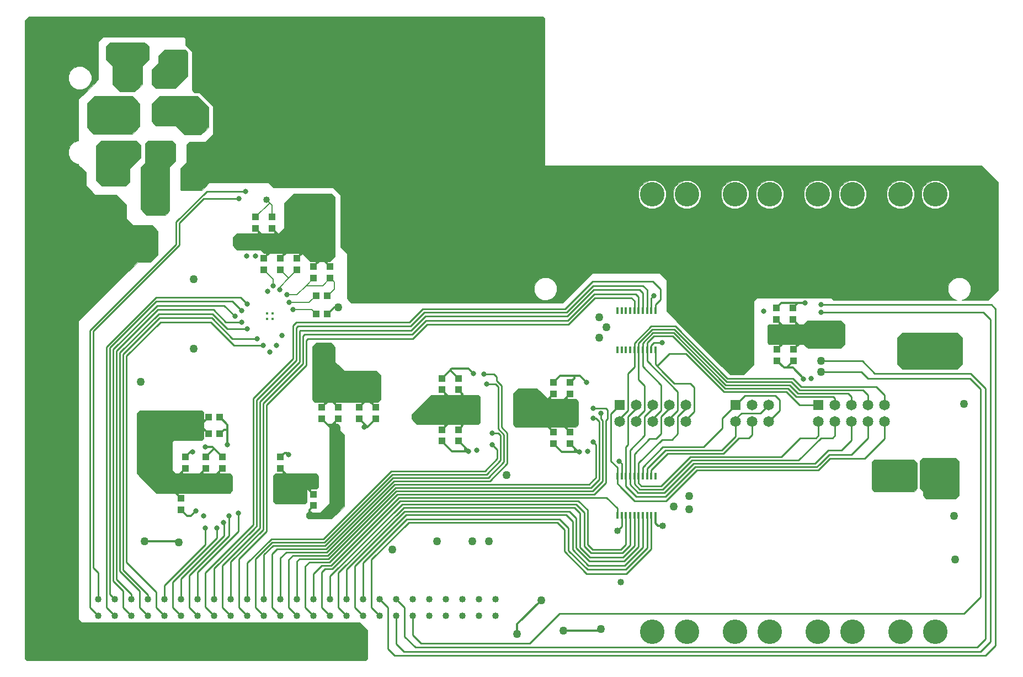
<source format=gbl>
G04 (created by PCBNEW (2013-mar-13)-testing) date Fri 28 Mar 2014 08:54:36 PM PDT*
%MOIN*%
G04 Gerber Fmt 3.4, Leading zero omitted, Abs format*
%FSLAX34Y34*%
G01*
G70*
G90*
G04 APERTURE LIST*
%ADD10C,0.005906*%
%ADD11C,0.040000*%
%ADD12R,0.064961X0.064961*%
%ADD13C,0.064961*%
%ADD14C,0.148000*%
%ADD15R,0.039370X0.043307*%
%ADD16R,0.043307X0.039370*%
%ADD17C,0.110236*%
%ADD18R,0.013780X0.039370*%
%ADD19C,0.032000*%
%ADD20C,0.050000*%
%ADD21C,0.016000*%
%ADD22C,0.010000*%
%ADD23C,0.014000*%
%ADD24C,0.008000*%
%ADD25C,0.020000*%
%ADD26C,0.001000*%
G04 APERTURE END LIST*
G54D10*
G54D11*
X69500Y-55250D03*
X69500Y-54250D03*
X70500Y-55250D03*
X70500Y-54250D03*
X71500Y-55250D03*
X71500Y-54250D03*
X72500Y-55250D03*
X72500Y-54250D03*
X73500Y-55250D03*
X73500Y-54250D03*
X74500Y-55250D03*
X74500Y-54250D03*
X75500Y-55250D03*
X75500Y-54250D03*
X76500Y-55250D03*
X76500Y-54250D03*
X77500Y-55250D03*
X77500Y-54250D03*
X78500Y-55250D03*
X78500Y-54250D03*
X79500Y-55250D03*
X79500Y-54250D03*
X80500Y-55250D03*
X80500Y-54250D03*
X81500Y-55250D03*
X81500Y-54250D03*
X82500Y-55250D03*
X82500Y-54250D03*
X83500Y-55250D03*
X83500Y-54250D03*
X84500Y-55250D03*
X84500Y-54250D03*
X85500Y-55250D03*
X85500Y-54250D03*
X86500Y-55250D03*
X86500Y-54250D03*
X87500Y-55250D03*
X87500Y-54250D03*
X88500Y-55250D03*
X88500Y-54250D03*
X89500Y-55250D03*
X89500Y-54250D03*
X90500Y-55250D03*
X90500Y-54250D03*
X91500Y-55250D03*
X91500Y-54250D03*
X92500Y-55250D03*
X92500Y-54250D03*
X93500Y-55250D03*
X93500Y-54250D03*
G54D12*
X101000Y-42500D03*
G54D13*
X101000Y-43500D03*
X102000Y-42500D03*
X102000Y-43500D03*
X103000Y-42500D03*
X103000Y-43500D03*
X104000Y-42500D03*
X104000Y-43500D03*
X105000Y-42500D03*
X105000Y-43500D03*
G54D12*
X113000Y-42500D03*
G54D13*
X113000Y-43500D03*
X114000Y-42500D03*
X114000Y-43500D03*
X115000Y-42500D03*
X115000Y-43500D03*
X116000Y-42500D03*
X116000Y-43500D03*
X117000Y-42500D03*
X117000Y-43500D03*
G54D12*
X108000Y-42500D03*
G54D13*
X109000Y-42500D03*
X108000Y-43500D03*
X109000Y-43500D03*
X110000Y-42500D03*
X110000Y-43500D03*
G54D12*
X118500Y-38750D03*
G54D13*
X118500Y-39750D03*
X119500Y-38750D03*
X119500Y-39750D03*
G54D12*
X118500Y-46250D03*
G54D13*
X118500Y-47250D03*
X119500Y-46250D03*
X119500Y-47250D03*
G54D14*
X102950Y-29790D03*
X105050Y-29790D03*
X120050Y-56210D03*
X117950Y-56210D03*
X110050Y-56210D03*
X107950Y-56210D03*
X105050Y-56210D03*
X102950Y-56210D03*
X117950Y-29790D03*
X120050Y-29790D03*
X112950Y-29790D03*
X115050Y-29790D03*
X115050Y-56210D03*
X112950Y-56210D03*
X107950Y-29790D03*
X110050Y-29790D03*
G54D15*
X81500Y-34334D03*
X81500Y-33665D03*
G54D16*
X82665Y-37000D03*
X83334Y-37000D03*
G54D15*
X80500Y-33665D03*
X80500Y-34334D03*
X79500Y-33665D03*
X79500Y-34334D03*
G54D16*
X82665Y-35900D03*
X83334Y-35900D03*
G54D15*
X82500Y-34165D03*
X82500Y-34834D03*
X83500Y-34165D03*
X83500Y-34834D03*
X80000Y-31165D03*
X80000Y-31834D03*
X79000Y-31165D03*
X79000Y-31834D03*
X74750Y-45665D03*
X74750Y-46334D03*
G54D16*
X76834Y-44250D03*
X76165Y-44250D03*
X76834Y-43250D03*
X76165Y-43250D03*
G54D15*
X74500Y-48834D03*
X74500Y-48165D03*
X77000Y-45665D03*
X77000Y-46334D03*
X76000Y-45665D03*
X76000Y-46334D03*
X86250Y-43334D03*
X86250Y-42665D03*
X85250Y-43334D03*
X85250Y-42665D03*
X84000Y-43334D03*
X84000Y-42665D03*
X83000Y-43334D03*
X83000Y-42665D03*
X80500Y-45665D03*
X80500Y-46334D03*
X82500Y-48584D03*
X82500Y-47915D03*
X91250Y-44684D03*
X91250Y-44015D03*
X90250Y-44684D03*
X90250Y-44015D03*
X91250Y-40915D03*
X91250Y-41584D03*
X90250Y-40915D03*
X90250Y-41584D03*
X97000Y-44834D03*
X97000Y-44165D03*
X98000Y-44834D03*
X98000Y-44165D03*
X97000Y-41165D03*
X97000Y-41834D03*
X98000Y-41165D03*
X98000Y-41834D03*
X110500Y-39834D03*
X110500Y-39165D03*
X111500Y-39834D03*
X111500Y-39165D03*
X111450Y-36665D03*
X111450Y-37334D03*
X110450Y-36665D03*
X110450Y-37334D03*
G54D17*
X71250Y-27244D03*
X71250Y-25000D03*
X71250Y-22755D03*
X73415Y-27244D03*
X73415Y-25000D03*
X73415Y-22755D03*
G54D18*
X102127Y-39181D03*
X102383Y-39181D03*
X102639Y-39181D03*
X102895Y-39181D03*
X103151Y-39181D03*
X101872Y-39181D03*
X101616Y-39181D03*
X101360Y-39181D03*
X101104Y-39181D03*
X100848Y-39181D03*
X100848Y-36818D03*
X101104Y-36818D03*
X101360Y-36818D03*
X101616Y-36818D03*
X101872Y-36818D03*
X102127Y-36818D03*
X102383Y-36818D03*
X102639Y-36818D03*
X102895Y-36818D03*
X103151Y-36818D03*
X101872Y-46818D03*
X101616Y-46818D03*
X101360Y-46818D03*
X101104Y-46818D03*
X100848Y-46818D03*
X102127Y-46818D03*
X102383Y-46818D03*
X102639Y-46818D03*
X102895Y-46818D03*
X103151Y-46818D03*
X103151Y-49181D03*
X102895Y-49181D03*
X102639Y-49181D03*
X102383Y-49181D03*
X102127Y-49181D03*
X101872Y-49181D03*
X101616Y-49181D03*
X101360Y-49181D03*
X101104Y-49181D03*
X100848Y-49181D03*
G54D19*
X78400Y-29600D03*
X78000Y-30050D03*
X77950Y-49050D03*
X75950Y-49950D03*
X76650Y-49950D03*
X77050Y-49600D03*
X77400Y-49200D03*
X92800Y-40650D03*
X92950Y-41250D03*
X93300Y-44200D03*
X93300Y-44900D03*
X78500Y-37900D03*
X79100Y-38500D03*
X79450Y-38900D03*
X78500Y-36400D03*
X78150Y-36800D03*
X77750Y-37150D03*
X78150Y-37500D03*
X81025Y-36325D03*
X80050Y-35300D03*
X81250Y-36750D03*
X99850Y-43000D03*
X99400Y-42700D03*
X99400Y-44750D03*
X99400Y-43300D03*
X113150Y-36450D03*
X113150Y-36900D03*
G54D20*
X113150Y-39850D03*
X113150Y-40500D03*
X117450Y-46750D03*
X116650Y-47250D03*
X116650Y-46250D03*
G54D11*
X69800Y-25750D03*
X69300Y-25000D03*
X69800Y-24250D03*
G54D20*
X121250Y-51850D03*
X121200Y-49200D03*
X121800Y-42450D03*
X121950Y-31450D03*
X122550Y-28750D03*
X97500Y-29050D03*
X87850Y-32200D03*
X90900Y-32400D03*
X90650Y-29700D03*
X65700Y-51050D03*
X72300Y-50750D03*
X74350Y-50800D03*
X94800Y-56350D03*
X96250Y-54300D03*
X97600Y-56150D03*
X99850Y-56050D03*
X92100Y-50750D03*
X93100Y-50750D03*
X78550Y-23550D03*
X89950Y-35000D03*
X89200Y-35700D03*
X92300Y-35700D03*
X93000Y-35000D03*
X86950Y-35000D03*
X86250Y-35700D03*
X87250Y-51250D03*
X89950Y-50750D03*
X94150Y-46750D03*
X75250Y-34900D03*
X69150Y-34550D03*
X75250Y-39100D03*
X72050Y-41100D03*
X72050Y-33450D03*
X75900Y-27450D03*
X84000Y-36600D03*
X80450Y-48050D03*
X80450Y-47100D03*
X72400Y-46000D03*
X73150Y-44900D03*
X72450Y-43550D03*
X72800Y-46900D03*
X96550Y-42850D03*
X95100Y-43300D03*
X95100Y-42050D03*
X104250Y-48650D03*
X105200Y-48800D03*
X105200Y-48000D03*
X90050Y-43200D03*
X89050Y-43200D03*
X89600Y-42550D03*
G54D11*
X82700Y-39050D03*
X83350Y-39700D03*
G54D20*
X100200Y-37800D03*
X99750Y-38450D03*
X99750Y-37200D03*
X113250Y-38250D03*
X114050Y-37850D03*
X114050Y-38650D03*
X83250Y-32050D03*
X81800Y-32450D03*
X82650Y-30900D03*
X81350Y-30350D03*
X120400Y-39250D03*
X121100Y-39750D03*
X121100Y-38750D03*
G54D11*
X103600Y-49800D03*
X73400Y-30700D03*
X72500Y-29900D03*
X73400Y-29050D03*
X72500Y-28200D03*
G54D19*
X112550Y-40900D03*
X75850Y-49200D03*
X79000Y-33500D03*
X109700Y-36850D03*
X99050Y-45300D03*
X92350Y-45250D03*
X80600Y-38300D03*
X86400Y-32850D03*
X79730Y-35650D03*
G54D21*
X80025Y-37325D03*
X80025Y-36975D03*
X79675Y-37325D03*
X79675Y-36975D03*
G54D19*
X81000Y-45500D03*
G54D11*
X75150Y-25750D03*
X75650Y-25000D03*
X75150Y-24250D03*
G54D19*
X85550Y-43850D03*
X75950Y-45050D03*
X98550Y-45350D03*
X112100Y-40950D03*
X91850Y-45300D03*
X75400Y-48900D03*
G54D11*
X79650Y-30100D03*
X101050Y-53200D03*
X100850Y-50100D03*
X70650Y-21500D03*
G54D19*
X103050Y-35900D03*
G54D11*
X71850Y-21500D03*
G54D19*
X78450Y-33500D03*
X80900Y-35850D03*
X80450Y-35550D03*
G54D11*
X74450Y-21750D03*
X73700Y-21750D03*
X74450Y-22500D03*
G54D19*
X82250Y-49200D03*
X83700Y-43850D03*
X77300Y-44900D03*
X99000Y-41150D03*
X112200Y-36350D03*
X92150Y-40600D03*
G54D20*
X120300Y-46750D03*
X120950Y-46150D03*
X120950Y-47700D03*
G54D11*
X69950Y-28550D03*
X69800Y-27800D03*
G54D19*
X100950Y-45900D03*
X103550Y-38750D03*
X79850Y-39300D03*
X80250Y-38900D03*
X75200Y-45350D03*
G54D22*
X74200Y-31450D02*
X76050Y-29600D01*
X76050Y-29600D02*
X77400Y-29600D01*
X69000Y-54750D02*
X69500Y-55250D01*
X69000Y-38000D02*
X74200Y-32800D01*
X69000Y-54750D02*
X69000Y-38000D01*
X74200Y-32800D02*
X74200Y-31450D01*
X78400Y-29600D02*
X77400Y-29600D01*
X69500Y-54250D02*
X69500Y-52650D01*
X75850Y-30050D02*
X78000Y-30050D01*
X74400Y-31500D02*
X75850Y-30050D01*
X74400Y-32850D02*
X74400Y-31500D01*
X69200Y-38050D02*
X74400Y-32850D01*
X69200Y-52350D02*
X69200Y-38050D01*
X69500Y-52650D02*
X69200Y-52350D01*
X75500Y-54250D02*
X75500Y-52600D01*
X77950Y-50150D02*
X77950Y-49050D01*
X75500Y-52600D02*
X77950Y-50150D01*
G54D23*
X77950Y-49050D02*
X78000Y-49050D01*
G54D22*
X73500Y-54250D02*
X73500Y-53400D01*
X75950Y-50950D02*
X75950Y-49950D01*
X73500Y-53400D02*
X75950Y-50950D01*
X74000Y-54000D02*
X74000Y-53200D01*
X74000Y-54750D02*
X74000Y-54000D01*
X74000Y-54750D02*
X74500Y-55250D01*
X76650Y-50550D02*
X76650Y-49950D01*
X74000Y-53200D02*
X76650Y-50550D01*
X74500Y-54250D02*
X74500Y-53000D01*
X77100Y-49650D02*
X77050Y-49600D01*
X77100Y-50400D02*
X77100Y-49650D01*
X74500Y-53000D02*
X77100Y-50400D01*
X75000Y-54000D02*
X75000Y-52800D01*
X75000Y-54750D02*
X75000Y-54000D01*
X75000Y-54750D02*
X75500Y-55250D01*
X77400Y-50400D02*
X77400Y-49200D01*
X75000Y-52800D02*
X77400Y-50400D01*
X83250Y-51200D02*
X87350Y-47100D01*
X93550Y-40800D02*
X93400Y-40650D01*
X93550Y-41050D02*
X93550Y-40800D01*
X93850Y-41350D02*
X93550Y-41050D01*
X93850Y-43850D02*
X93850Y-41350D01*
X94200Y-44200D02*
X93850Y-43850D01*
X94200Y-46050D02*
X94200Y-44200D01*
X93150Y-47100D02*
X94200Y-46050D01*
X87350Y-47100D02*
X93150Y-47100D01*
X80500Y-55250D02*
X80000Y-54750D01*
X80300Y-51200D02*
X81050Y-51200D01*
X80000Y-51500D02*
X80300Y-51200D01*
X80000Y-54750D02*
X80000Y-51500D01*
X93400Y-40650D02*
X92800Y-40650D01*
X81000Y-51200D02*
X81050Y-51200D01*
X81050Y-51200D02*
X83250Y-51200D01*
X94000Y-44350D02*
X94000Y-44300D01*
X93650Y-41400D02*
X93500Y-41250D01*
X93650Y-43950D02*
X93650Y-41400D01*
X94000Y-44300D02*
X93650Y-43950D01*
X83200Y-51000D02*
X87300Y-46900D01*
X94000Y-45950D02*
X94000Y-44350D01*
X93050Y-46900D02*
X94000Y-45950D01*
X87300Y-46900D02*
X93050Y-46900D01*
X79500Y-54250D02*
X79500Y-51550D01*
X81000Y-51000D02*
X83200Y-51000D01*
X93500Y-41250D02*
X92950Y-41250D01*
X80050Y-51000D02*
X81000Y-51000D01*
X79500Y-51550D02*
X80050Y-51000D01*
X93800Y-45850D02*
X93800Y-45000D01*
X93800Y-44350D02*
X93650Y-44200D01*
X93800Y-45000D02*
X93800Y-44350D01*
X83150Y-50800D02*
X87250Y-46700D01*
X92950Y-46700D02*
X93800Y-45850D01*
X87250Y-46700D02*
X92950Y-46700D01*
X79500Y-55250D02*
X79000Y-54750D01*
X81000Y-50800D02*
X83150Y-50800D01*
X93650Y-44200D02*
X93300Y-44200D01*
X80000Y-50800D02*
X81000Y-50800D01*
X79000Y-51800D02*
X80000Y-50800D01*
X79000Y-54750D02*
X79000Y-51800D01*
X82700Y-50600D02*
X83100Y-50600D01*
X93600Y-45750D02*
X93600Y-45200D01*
X92850Y-46500D02*
X93600Y-45750D01*
X87200Y-46500D02*
X92850Y-46500D01*
X83100Y-50600D02*
X87200Y-46500D01*
X78500Y-54250D02*
X78500Y-52050D01*
X81000Y-50600D02*
X82700Y-50600D01*
X93600Y-45200D02*
X93300Y-44900D01*
X79950Y-50600D02*
X81000Y-50600D01*
X78500Y-52050D02*
X79950Y-50600D01*
X72000Y-53750D02*
X70800Y-52550D01*
X72000Y-54750D02*
X72000Y-53750D01*
X72000Y-54750D02*
X72500Y-55250D01*
X77300Y-37900D02*
X78500Y-37900D01*
X76400Y-37000D02*
X77300Y-37900D01*
X73150Y-37000D02*
X76400Y-37000D01*
X70800Y-39350D02*
X73150Y-37000D01*
X70800Y-52550D02*
X70800Y-39350D01*
X72500Y-54250D02*
X72500Y-53989D01*
X77600Y-38500D02*
X79100Y-38500D01*
X76350Y-37250D02*
X77600Y-38500D01*
X73200Y-37250D02*
X76350Y-37250D01*
X70988Y-39461D02*
X73200Y-37250D01*
X70988Y-52478D02*
X70988Y-39461D01*
X72500Y-53989D02*
X70988Y-52478D01*
X73000Y-53800D02*
X71200Y-52000D01*
X73000Y-54750D02*
X73000Y-53800D01*
X73000Y-54750D02*
X73500Y-55250D01*
X77700Y-38900D02*
X79450Y-38900D01*
X76300Y-37500D02*
X77700Y-38900D01*
X73250Y-37500D02*
X76300Y-37500D01*
X71200Y-39550D02*
X73250Y-37500D01*
X71200Y-52000D02*
X71200Y-39550D01*
X72250Y-36750D02*
X73000Y-36000D01*
X70000Y-54750D02*
X70000Y-39000D01*
X70000Y-39000D02*
X72250Y-36750D01*
X70000Y-54750D02*
X70500Y-55250D01*
X78100Y-36000D02*
X78500Y-36400D01*
X73000Y-36000D02*
X78100Y-36000D01*
X70500Y-54250D02*
X70200Y-53950D01*
X77600Y-36250D02*
X78150Y-36800D01*
X73000Y-36250D02*
X77600Y-36250D01*
X70200Y-39050D02*
X73000Y-36250D01*
X70200Y-53950D02*
X70200Y-39050D01*
X71000Y-53750D02*
X70400Y-53150D01*
X77100Y-36500D02*
X77750Y-37150D01*
X73050Y-36500D02*
X77100Y-36500D01*
X70400Y-39150D02*
X73050Y-36500D01*
X70400Y-53150D02*
X70400Y-39150D01*
X71500Y-55250D02*
X71000Y-54750D01*
X71000Y-54750D02*
X71000Y-53750D01*
X71500Y-54250D02*
X71500Y-53950D01*
X77200Y-37500D02*
X78150Y-37500D01*
X76450Y-36750D02*
X77200Y-37500D01*
X73100Y-36750D02*
X76450Y-36750D01*
X70600Y-39250D02*
X73100Y-36750D01*
X70600Y-53050D02*
X70600Y-39250D01*
X71500Y-53950D02*
X70600Y-53050D01*
G54D24*
X81025Y-36325D02*
X82225Y-36325D01*
X82650Y-35900D02*
X82665Y-35900D01*
X82225Y-36325D02*
X82650Y-35900D01*
X80050Y-35300D02*
X80050Y-34900D01*
X79500Y-34350D02*
X79500Y-34334D01*
X80050Y-34900D02*
X79500Y-34350D01*
X81250Y-36750D02*
X82400Y-36750D01*
X82650Y-37000D02*
X82665Y-37000D01*
X82400Y-36750D02*
X82650Y-37000D01*
G54D22*
X81500Y-54250D02*
X81500Y-51950D01*
X81500Y-51950D02*
X81650Y-51800D01*
X98850Y-47700D02*
X87500Y-47700D01*
X99850Y-43350D02*
X99950Y-43450D01*
X99950Y-43450D02*
X99950Y-47100D01*
X99950Y-47100D02*
X99350Y-47700D01*
X99350Y-47700D02*
X98850Y-47700D01*
X99850Y-43000D02*
X99850Y-43350D01*
X83400Y-51800D02*
X81650Y-51800D01*
X87500Y-47700D02*
X83400Y-51800D01*
X82500Y-55250D02*
X82000Y-54750D01*
X82000Y-52250D02*
X82250Y-52000D01*
X82000Y-54750D02*
X82000Y-52250D01*
X99400Y-42700D02*
X100150Y-42700D01*
X83450Y-52000D02*
X82250Y-52000D01*
X87550Y-47900D02*
X83450Y-52000D01*
X99450Y-47900D02*
X87550Y-47900D01*
X100150Y-47200D02*
X99450Y-47900D01*
X100150Y-43450D02*
X100150Y-47200D01*
X100250Y-43350D02*
X100150Y-43450D01*
X100250Y-42800D02*
X100250Y-43350D01*
X100150Y-42700D02*
X100250Y-42800D01*
X80500Y-54250D02*
X80500Y-51750D01*
X80500Y-51750D02*
X80850Y-51400D01*
X99400Y-47050D02*
X99150Y-47300D01*
X99550Y-44900D02*
X99550Y-46900D01*
X99550Y-46900D02*
X99400Y-47050D01*
X99400Y-44750D02*
X99550Y-44900D01*
X80500Y-51750D02*
X80500Y-52500D01*
X80850Y-51400D02*
X80500Y-51750D01*
X83300Y-51400D02*
X80850Y-51400D01*
X87400Y-47300D02*
X83300Y-51400D01*
X99150Y-47300D02*
X87400Y-47300D01*
X81500Y-55250D02*
X81000Y-54750D01*
X81000Y-54750D02*
X81000Y-51850D01*
X81000Y-51850D02*
X81250Y-51600D01*
X98950Y-47500D02*
X87450Y-47500D01*
X99550Y-43300D02*
X99750Y-43500D01*
X99400Y-43300D02*
X99550Y-43300D01*
X99750Y-47000D02*
X99250Y-47500D01*
X99250Y-47500D02*
X98950Y-47500D01*
X99750Y-43500D02*
X99750Y-47000D01*
X81250Y-51600D02*
X81000Y-51850D01*
X83350Y-51600D02*
X81250Y-51600D01*
X87450Y-47500D02*
X83350Y-51600D01*
X86500Y-54250D02*
X87000Y-54750D01*
X113150Y-36450D02*
X123450Y-36450D01*
X87000Y-57250D02*
X87000Y-54750D01*
X87400Y-57650D02*
X87000Y-57250D01*
X123100Y-57650D02*
X87400Y-57650D01*
X123700Y-57050D02*
X123100Y-57650D01*
X123700Y-36700D02*
X123700Y-57050D01*
X123450Y-36450D02*
X123700Y-36700D01*
X87500Y-55250D02*
X87500Y-56950D01*
X113150Y-36900D02*
X122950Y-36900D01*
X87950Y-57400D02*
X87500Y-56950D01*
X122800Y-57400D02*
X87950Y-57400D01*
X123400Y-56800D02*
X122800Y-57400D01*
X123400Y-37350D02*
X123400Y-56800D01*
X122950Y-36900D02*
X123400Y-37350D01*
X87500Y-54250D02*
X88000Y-54750D01*
X113150Y-39850D02*
X115650Y-39850D01*
X88000Y-56500D02*
X88000Y-54750D01*
X88650Y-57150D02*
X88000Y-56500D01*
X122600Y-57150D02*
X88650Y-57150D01*
X123100Y-56650D02*
X122600Y-57150D01*
X123100Y-41500D02*
X123100Y-56650D01*
X122200Y-40600D02*
X123100Y-41500D01*
X116400Y-40600D02*
X122200Y-40600D01*
X115650Y-39850D02*
X116400Y-40600D01*
X88500Y-55250D02*
X88500Y-56400D01*
X113150Y-40500D02*
X115600Y-40500D01*
X89000Y-56900D02*
X88500Y-56400D01*
X95550Y-56900D02*
X89000Y-56900D01*
X97350Y-55100D02*
X95550Y-56900D01*
X121800Y-55100D02*
X97350Y-55100D01*
X122800Y-54100D02*
X121800Y-55100D01*
X122800Y-41550D02*
X122800Y-54100D01*
X122150Y-40900D02*
X122800Y-41550D01*
X116000Y-40900D02*
X122150Y-40900D01*
X115600Y-40500D02*
X116000Y-40900D01*
X81250Y-39700D02*
X81250Y-37700D01*
X81450Y-37500D02*
X81850Y-37500D01*
X81250Y-37700D02*
X81450Y-37500D01*
X99350Y-35050D02*
X102650Y-35050D01*
X97700Y-36699D02*
X99350Y-35050D01*
X89100Y-36699D02*
X97700Y-36699D01*
X88300Y-37500D02*
X88950Y-36850D01*
X88950Y-36850D02*
X89100Y-36699D01*
X103151Y-36448D02*
X103450Y-36150D01*
X103450Y-36150D02*
X103450Y-35500D01*
X103450Y-35500D02*
X103000Y-35050D01*
X103000Y-35050D02*
X102650Y-35050D01*
X103151Y-36818D02*
X103151Y-36448D01*
X83450Y-37500D02*
X88300Y-37500D01*
X81850Y-37500D02*
X83500Y-37500D01*
X78850Y-49750D02*
X78850Y-42100D01*
X78850Y-42100D02*
X81250Y-39700D01*
X76500Y-55250D02*
X75950Y-54700D01*
X75950Y-52650D02*
X78850Y-49750D01*
X75950Y-54700D02*
X75950Y-52650D01*
X81250Y-40000D02*
X81450Y-39799D01*
X81550Y-37750D02*
X83550Y-37750D01*
X81450Y-37850D02*
X81550Y-37750D01*
X81450Y-39799D02*
X81450Y-37850D01*
X83500Y-37750D02*
X88350Y-37750D01*
X78850Y-50032D02*
X78916Y-49966D01*
X76500Y-52382D02*
X78850Y-50032D01*
X88350Y-37750D02*
X89200Y-36900D01*
X76500Y-54250D02*
X76500Y-52382D01*
X97800Y-36900D02*
X99400Y-35300D01*
X99400Y-35300D02*
X102400Y-35300D01*
X89200Y-36900D02*
X97800Y-36900D01*
X102639Y-35539D02*
X102639Y-36818D01*
X102400Y-35300D02*
X102639Y-35539D01*
X78900Y-49982D02*
X79050Y-49832D01*
X79050Y-49832D02*
X79050Y-42199D01*
X79050Y-42199D02*
X81250Y-40000D01*
X81450Y-40100D02*
X81650Y-39899D01*
X81700Y-38000D02*
X83550Y-38000D01*
X81650Y-38049D02*
X81700Y-38000D01*
X81650Y-39899D02*
X81650Y-38049D01*
X83550Y-38000D02*
X88400Y-38000D01*
X78750Y-50450D02*
X79250Y-49949D01*
X79250Y-42299D02*
X81450Y-40100D01*
X79250Y-49949D02*
X79250Y-42299D01*
X77500Y-55250D02*
X77000Y-54750D01*
X102383Y-35733D02*
X102383Y-36818D01*
X102200Y-35550D02*
X102383Y-35733D01*
X99432Y-35550D02*
X102200Y-35550D01*
X97832Y-37150D02*
X99432Y-35550D01*
X89250Y-37150D02*
X97832Y-37150D01*
X88400Y-38000D02*
X89250Y-37150D01*
X77000Y-52200D02*
X78750Y-50450D01*
X77000Y-54750D02*
X77000Y-52200D01*
X81650Y-40200D02*
X81850Y-39999D01*
X81950Y-38250D02*
X83600Y-38250D01*
X81850Y-38349D02*
X81950Y-38250D01*
X81850Y-39999D02*
X81850Y-38349D01*
X83600Y-38250D02*
X88450Y-38250D01*
X77500Y-54250D02*
X77500Y-51982D01*
X102127Y-35977D02*
X102127Y-36818D01*
X101950Y-35800D02*
X102127Y-35977D01*
X99465Y-35800D02*
X101950Y-35800D01*
X97865Y-37400D02*
X99465Y-35800D01*
X89300Y-37400D02*
X97865Y-37400D01*
X88450Y-38250D02*
X89300Y-37400D01*
X79450Y-42399D02*
X81650Y-40200D01*
X79450Y-50032D02*
X79450Y-42399D01*
X77500Y-51982D02*
X79450Y-50032D01*
X81750Y-40400D02*
X82050Y-40099D01*
X82150Y-38500D02*
X88500Y-38500D01*
X82050Y-38599D02*
X82150Y-38500D01*
X82050Y-40099D02*
X82050Y-38599D01*
X78500Y-55250D02*
X78000Y-54750D01*
X101872Y-36222D02*
X101872Y-36818D01*
X101700Y-36050D02*
X101872Y-36222D01*
X99498Y-36050D02*
X101700Y-36050D01*
X97898Y-37650D02*
X99498Y-36050D01*
X89350Y-37650D02*
X97898Y-37650D01*
X88500Y-38500D02*
X89350Y-37650D01*
X81750Y-40400D02*
X81750Y-40400D01*
X79650Y-42499D02*
X81750Y-40400D01*
X79650Y-50149D02*
X79650Y-42499D01*
X78000Y-51800D02*
X79650Y-50149D01*
X78000Y-54750D02*
X78000Y-51800D01*
X100848Y-49181D02*
X100848Y-48748D01*
X82500Y-52700D02*
X82500Y-54250D01*
X82999Y-52200D02*
X82500Y-52700D01*
X83549Y-52200D02*
X82999Y-52200D01*
X87649Y-48100D02*
X83549Y-52200D01*
X100200Y-48100D02*
X87649Y-48100D01*
X100848Y-48748D02*
X100200Y-48100D01*
X83500Y-55250D02*
X83000Y-54750D01*
X101360Y-50939D02*
X101360Y-49181D01*
X101050Y-51250D02*
X101360Y-50939D01*
X99350Y-51250D02*
X101050Y-51250D01*
X99050Y-50950D02*
X99350Y-51250D01*
X99050Y-48850D02*
X99050Y-50950D01*
X98500Y-48300D02*
X99050Y-48850D01*
X87732Y-48300D02*
X98500Y-48300D01*
X83632Y-52400D02*
X87732Y-48300D01*
X83199Y-52400D02*
X83632Y-52400D01*
X83000Y-52600D02*
X83199Y-52400D01*
X83000Y-54750D02*
X83000Y-52600D01*
X101616Y-49181D02*
X101616Y-50983D01*
X83500Y-52850D02*
X83500Y-54250D01*
X87849Y-48500D02*
X83500Y-52850D01*
X98350Y-48500D02*
X87849Y-48500D01*
X98849Y-49000D02*
X98350Y-48500D01*
X98849Y-51049D02*
X98849Y-49000D01*
X99250Y-51450D02*
X98849Y-51049D01*
X101149Y-51450D02*
X99250Y-51450D01*
X101616Y-50983D02*
X101149Y-51450D01*
X84500Y-55250D02*
X84000Y-54750D01*
X101872Y-51027D02*
X101872Y-49181D01*
X101200Y-51700D02*
X101872Y-51027D01*
X99200Y-51700D02*
X101200Y-51700D01*
X98600Y-51100D02*
X99200Y-51700D01*
X98600Y-49032D02*
X98600Y-51100D01*
X98267Y-48700D02*
X98600Y-49032D01*
X87949Y-48700D02*
X98267Y-48700D01*
X84000Y-52650D02*
X87949Y-48700D01*
X84000Y-54750D02*
X84000Y-52650D01*
X102127Y-49181D02*
X102127Y-51072D01*
X84500Y-52450D02*
X84500Y-54250D01*
X88000Y-48950D02*
X84500Y-52450D01*
X97949Y-48950D02*
X88000Y-48950D01*
X98350Y-49350D02*
X97949Y-48950D01*
X98350Y-51150D02*
X98350Y-49350D01*
X99150Y-51950D02*
X98350Y-51150D01*
X101250Y-51950D02*
X99150Y-51950D01*
X102127Y-51072D02*
X101250Y-51950D01*
X102383Y-49181D02*
X102383Y-51116D01*
X85000Y-54750D02*
X85500Y-55250D01*
X85000Y-52250D02*
X85000Y-54750D01*
X88099Y-49150D02*
X85000Y-52250D01*
X97750Y-49150D02*
X88099Y-49150D01*
X98149Y-49550D02*
X97750Y-49150D01*
X98149Y-51249D02*
X98149Y-49550D01*
X99100Y-52200D02*
X98149Y-51249D01*
X101300Y-52200D02*
X99100Y-52200D01*
X102383Y-51116D02*
X101300Y-52200D01*
X102639Y-49181D02*
X102639Y-51160D01*
X85500Y-52032D02*
X85500Y-54250D01*
X88132Y-49400D02*
X85500Y-52032D01*
X97350Y-49400D02*
X88132Y-49400D01*
X97900Y-49950D02*
X97350Y-49400D01*
X97900Y-51300D02*
X97900Y-49950D01*
X99050Y-52450D02*
X97900Y-51300D01*
X101350Y-52450D02*
X99050Y-52450D01*
X102639Y-51160D02*
X101350Y-52450D01*
X102895Y-49181D02*
X102895Y-51204D01*
X86000Y-54750D02*
X86500Y-55250D01*
X86000Y-51850D02*
X86000Y-54750D01*
X88242Y-49607D02*
X86000Y-51850D01*
X97207Y-49607D02*
X88242Y-49607D01*
X97650Y-50050D02*
X97207Y-49607D01*
X97650Y-51350D02*
X97650Y-50050D01*
X99000Y-52700D02*
X97650Y-51350D01*
X101400Y-52700D02*
X99000Y-52700D01*
X102895Y-51204D02*
X101400Y-52700D01*
X103350Y-47400D02*
X103500Y-47400D01*
X112850Y-44500D02*
X113000Y-44350D01*
X111900Y-44500D02*
X112850Y-44500D01*
X110750Y-45650D02*
X111900Y-44500D01*
X105250Y-45650D02*
X110750Y-45650D01*
X103500Y-47400D02*
X105250Y-45650D01*
X113000Y-44350D02*
X113000Y-43500D01*
X105000Y-42700D02*
X105000Y-42500D01*
X104500Y-43200D02*
X105000Y-42700D01*
X104500Y-44250D02*
X104500Y-43200D01*
X104150Y-44600D02*
X104500Y-44250D01*
X103550Y-44600D02*
X104150Y-44600D01*
X102127Y-46022D02*
X103550Y-44600D01*
X102127Y-46818D02*
X102127Y-47227D01*
X102300Y-47400D02*
X103350Y-47400D01*
X102127Y-47227D02*
X102300Y-47400D01*
X102127Y-46818D02*
X102127Y-46022D01*
X103500Y-47600D02*
X103600Y-47600D01*
X113850Y-44500D02*
X114000Y-44350D01*
X113150Y-44500D02*
X113850Y-44500D01*
X111800Y-45850D02*
X113150Y-44500D01*
X105350Y-45850D02*
X111800Y-45850D01*
X103600Y-47600D02*
X105350Y-45850D01*
X114000Y-44350D02*
X114000Y-43500D01*
X104000Y-42700D02*
X104000Y-42500D01*
X103500Y-43200D02*
X104000Y-42700D01*
X103500Y-44250D02*
X103500Y-43200D01*
X103200Y-44550D02*
X103500Y-44250D01*
X102800Y-44550D02*
X103200Y-44550D01*
X101872Y-45477D02*
X102800Y-44550D01*
X101872Y-46818D02*
X101872Y-47272D01*
X102200Y-47600D02*
X103500Y-47600D01*
X101872Y-47272D02*
X102200Y-47600D01*
X101872Y-46818D02*
X101872Y-45477D01*
X112800Y-46050D02*
X113600Y-45250D01*
X105450Y-46050D02*
X112800Y-46050D01*
X115000Y-44650D02*
X115000Y-43500D01*
X113600Y-45250D02*
X114400Y-45250D01*
X114400Y-45250D02*
X115000Y-44650D01*
X103000Y-42700D02*
X103000Y-42500D01*
X102500Y-43200D02*
X103000Y-42700D01*
X102500Y-44350D02*
X102500Y-43200D01*
X103700Y-47800D02*
X105450Y-46050D01*
X101616Y-45233D02*
X102500Y-44350D01*
X103600Y-47800D02*
X103700Y-47800D01*
X101616Y-46818D02*
X101616Y-47316D01*
X102100Y-47800D02*
X103600Y-47800D01*
X101616Y-47316D02*
X102100Y-47800D01*
X101616Y-46818D02*
X101616Y-45233D01*
X112900Y-46250D02*
X113050Y-46100D01*
X105550Y-46250D02*
X112900Y-46250D01*
X116000Y-44500D02*
X116000Y-43500D01*
X115000Y-45500D02*
X116000Y-44500D01*
X113650Y-45500D02*
X115000Y-45500D01*
X113050Y-46100D02*
X113650Y-45500D01*
X102000Y-42700D02*
X102000Y-42500D01*
X101500Y-43200D02*
X102000Y-42700D01*
X101500Y-44900D02*
X101500Y-43200D01*
X103750Y-48050D02*
X105550Y-46250D01*
X101360Y-45039D02*
X101500Y-44900D01*
X103600Y-48050D02*
X103750Y-48050D01*
X101360Y-46818D02*
X101360Y-47410D01*
X102000Y-48050D02*
X103600Y-48050D01*
X101360Y-47410D02*
X102000Y-48050D01*
X101360Y-46818D02*
X101360Y-45039D01*
X101100Y-47500D02*
X100848Y-47248D01*
X100848Y-47248D02*
X100848Y-46818D01*
X100848Y-46818D02*
X100848Y-46298D01*
X100450Y-44350D02*
X100450Y-43050D01*
X100450Y-43050D02*
X101000Y-42500D01*
X100848Y-46298D02*
X100450Y-45900D01*
X100450Y-45900D02*
X100450Y-44350D01*
X113000Y-46450D02*
X113700Y-45750D01*
X105650Y-46450D02*
X113000Y-46450D01*
X117000Y-44550D02*
X117000Y-43500D01*
X113700Y-45750D02*
X115800Y-45750D01*
X115800Y-45750D02*
X117000Y-44550D01*
X103800Y-48300D02*
X105650Y-46450D01*
X103600Y-48300D02*
X103800Y-48300D01*
X101900Y-48300D02*
X103600Y-48300D01*
X101104Y-47504D02*
X101100Y-47500D01*
X101100Y-47500D02*
X101900Y-48300D01*
X108000Y-42500D02*
X108550Y-41950D01*
X110650Y-42850D02*
X110000Y-43500D01*
X110650Y-42200D02*
X110650Y-42850D01*
X110400Y-41950D02*
X110650Y-42200D01*
X108550Y-41950D02*
X110400Y-41950D01*
X107200Y-43300D02*
X108000Y-42500D01*
X107200Y-43900D02*
X107200Y-43300D01*
X106050Y-45050D02*
X107200Y-43900D01*
X103600Y-45050D02*
X106050Y-45050D01*
X102383Y-46266D02*
X103600Y-45050D01*
X102383Y-46818D02*
X102383Y-46266D01*
X103000Y-46350D02*
X102895Y-46454D01*
X104650Y-45450D02*
X107250Y-45450D01*
X107250Y-45450D02*
X108200Y-44500D01*
X108200Y-44500D02*
X108800Y-44500D01*
X108800Y-44500D02*
X109000Y-44300D01*
X109000Y-43500D02*
X109000Y-44300D01*
X103900Y-45450D02*
X103000Y-46350D01*
X104650Y-45450D02*
X103900Y-45450D01*
X102895Y-46454D02*
X102895Y-46818D01*
X108000Y-43500D02*
X108000Y-43350D01*
X108000Y-43350D02*
X108350Y-43000D01*
X108350Y-43000D02*
X109500Y-43000D01*
X109500Y-43000D02*
X110000Y-42500D01*
X108000Y-44400D02*
X108000Y-43500D01*
X107150Y-45250D02*
X108000Y-44400D01*
X103750Y-45250D02*
X107150Y-45250D01*
X102639Y-46360D02*
X103750Y-45250D01*
X102639Y-46818D02*
X102639Y-46360D01*
X103250Y-40150D02*
X104000Y-39400D01*
X104000Y-39400D02*
X105000Y-39400D01*
X103151Y-39181D02*
X103151Y-40051D01*
X103151Y-40051D02*
X103250Y-40150D01*
X103250Y-40150D02*
X103600Y-40500D01*
X111867Y-42500D02*
X113000Y-42500D01*
X105000Y-39400D02*
X107300Y-41700D01*
X107300Y-41700D02*
X111067Y-41700D01*
X111067Y-41700D02*
X111867Y-42500D01*
X105000Y-43400D02*
X105500Y-42900D01*
X103600Y-40500D02*
X104300Y-41200D01*
X104300Y-41200D02*
X105250Y-41200D01*
X105250Y-41200D02*
X105500Y-41450D01*
X105000Y-43400D02*
X105000Y-43500D01*
X105500Y-42900D02*
X105500Y-41450D01*
X113500Y-42000D02*
X113900Y-42000D01*
X114000Y-42100D02*
X114000Y-42500D01*
X113900Y-42000D02*
X114000Y-42100D01*
X113500Y-42000D02*
X113500Y-42000D01*
X111650Y-42000D02*
X113500Y-42000D01*
X111150Y-41500D02*
X111650Y-42000D01*
X107350Y-41500D02*
X111150Y-41500D01*
X104200Y-38350D02*
X107350Y-41500D01*
X103050Y-38350D02*
X104200Y-38350D01*
X104000Y-43350D02*
X104500Y-42850D01*
X104500Y-42850D02*
X104500Y-41700D01*
X104000Y-43350D02*
X104000Y-43500D01*
X102639Y-38760D02*
X103050Y-38350D01*
X102639Y-39839D02*
X104500Y-41700D01*
X102639Y-39181D02*
X102639Y-38760D01*
X102639Y-39181D02*
X102639Y-39839D01*
X114000Y-41800D02*
X114800Y-41800D01*
X115000Y-42000D02*
X115000Y-42500D01*
X114800Y-41800D02*
X115000Y-42000D01*
X114000Y-41800D02*
X114000Y-41800D01*
X111750Y-41800D02*
X114000Y-41800D01*
X111250Y-41300D02*
X111750Y-41800D01*
X103000Y-43350D02*
X103500Y-42850D01*
X103500Y-42850D02*
X103500Y-41300D01*
X103000Y-43350D02*
X103000Y-43500D01*
X107400Y-41300D02*
X107400Y-41300D01*
X104250Y-38150D02*
X107400Y-41300D01*
X107400Y-41300D02*
X111250Y-41300D01*
X102383Y-40183D02*
X103500Y-41300D01*
X103000Y-38150D02*
X104250Y-38150D01*
X102383Y-38766D02*
X103000Y-38150D01*
X102383Y-39181D02*
X102383Y-38766D01*
X102383Y-39181D02*
X102383Y-40183D01*
X115100Y-41600D02*
X115700Y-41600D01*
X116000Y-41900D02*
X116000Y-42500D01*
X115700Y-41600D02*
X116000Y-41900D01*
X115100Y-41600D02*
X115100Y-41600D01*
X111850Y-41600D02*
X115100Y-41600D01*
X111350Y-41100D02*
X111850Y-41600D01*
X107450Y-41100D02*
X111350Y-41100D01*
X104300Y-37950D02*
X107450Y-41100D01*
X102950Y-37950D02*
X104300Y-37950D01*
X102000Y-43350D02*
X102500Y-42850D01*
X102500Y-42850D02*
X102500Y-41350D01*
X102000Y-43350D02*
X102000Y-43500D01*
X102127Y-38772D02*
X102950Y-37950D01*
X102127Y-40977D02*
X102500Y-41350D01*
X102127Y-39181D02*
X102127Y-38772D01*
X102127Y-39181D02*
X102127Y-40977D01*
X117000Y-41900D02*
X117000Y-42500D01*
X116500Y-41400D02*
X117000Y-41900D01*
X111950Y-41400D02*
X116500Y-41400D01*
X111450Y-40900D02*
X111950Y-41400D01*
X107500Y-40900D02*
X111450Y-40900D01*
X104350Y-37750D02*
X107500Y-40900D01*
X102900Y-37750D02*
X104350Y-37750D01*
X101000Y-43500D02*
X101000Y-43350D01*
X101000Y-43350D02*
X101500Y-42850D01*
X101872Y-38777D02*
X102900Y-37750D01*
X101500Y-42850D02*
X101500Y-41350D01*
X101500Y-40600D02*
X101500Y-41350D01*
X101500Y-41350D02*
X101500Y-41300D01*
X101872Y-39181D02*
X101872Y-38777D01*
X101872Y-39181D02*
X101872Y-40227D01*
X101872Y-40227D02*
X101500Y-40600D01*
G54D23*
X118500Y-47250D02*
X116650Y-47250D01*
G54D22*
X71250Y-25000D02*
X69300Y-25000D01*
G54D23*
X74300Y-50750D02*
X72300Y-50750D01*
X74350Y-50800D02*
X74300Y-50750D01*
X94800Y-55750D02*
X94800Y-56350D01*
X96250Y-54300D02*
X94800Y-55750D01*
X99750Y-56150D02*
X97600Y-56150D01*
X99850Y-56050D02*
X99750Y-56150D01*
X80700Y-46550D02*
X80700Y-46850D01*
X80700Y-46850D02*
X80750Y-46900D01*
X82300Y-47715D02*
X82300Y-47350D01*
X82300Y-47350D02*
X82250Y-47300D01*
X75950Y-44050D02*
X75450Y-44050D01*
X75950Y-43450D02*
X75500Y-43450D01*
X79700Y-33450D02*
X79700Y-33100D01*
X79700Y-33100D02*
X79600Y-33000D01*
X80700Y-33450D02*
X80700Y-33250D01*
X80700Y-33250D02*
X80450Y-33000D01*
X81700Y-33450D02*
X81700Y-33150D01*
X81700Y-33150D02*
X81650Y-33100D01*
X82700Y-33950D02*
X82700Y-33550D01*
X82700Y-33550D02*
X82650Y-33500D01*
X83300Y-33950D02*
X83300Y-33500D01*
X83200Y-42450D02*
X83200Y-42050D01*
X83200Y-42050D02*
X83150Y-42000D01*
X83800Y-42450D02*
X83800Y-42000D01*
X83800Y-42000D02*
X83850Y-41950D01*
X86050Y-42450D02*
X86050Y-42050D01*
X85450Y-42450D02*
X85450Y-42050D01*
X91450Y-41800D02*
X91450Y-42000D01*
X91450Y-42000D02*
X91350Y-42100D01*
X90450Y-41800D02*
X90450Y-42050D01*
X90450Y-43800D02*
X90450Y-43450D01*
X91450Y-43800D02*
X91450Y-43600D01*
X91450Y-43600D02*
X91300Y-43450D01*
X91500Y-43750D02*
X91500Y-43000D01*
X83334Y-37000D02*
X83350Y-37000D01*
X83750Y-36600D02*
X84000Y-36600D01*
X83350Y-37000D02*
X83750Y-36600D01*
X80800Y-47450D02*
X80800Y-47700D01*
X80800Y-47700D02*
X80450Y-48050D01*
X81250Y-47450D02*
X80800Y-47450D01*
X80800Y-47450D02*
X80450Y-47100D01*
X80500Y-46334D02*
X80500Y-46350D01*
X82034Y-47450D02*
X82300Y-47715D01*
X82300Y-47715D02*
X82500Y-47915D01*
X81250Y-47450D02*
X82034Y-47450D01*
X80950Y-47150D02*
X81250Y-47450D01*
X80950Y-46800D02*
X80950Y-47150D01*
X80500Y-46350D02*
X80700Y-46550D01*
X80700Y-46550D02*
X80950Y-46800D01*
X86250Y-42665D02*
X86250Y-42650D01*
X85700Y-42100D02*
X85700Y-41900D01*
X86250Y-42650D02*
X86050Y-42450D01*
X86050Y-42450D02*
X85700Y-42100D01*
X85700Y-41900D02*
X84600Y-40800D01*
X84600Y-40800D02*
X84450Y-40800D01*
X84450Y-40800D02*
X83350Y-39700D01*
X85250Y-42665D02*
X85250Y-42650D01*
X84450Y-40800D02*
X83350Y-39700D01*
X84600Y-40800D02*
X84450Y-40800D01*
X85700Y-41900D02*
X84600Y-40800D01*
X85700Y-42200D02*
X85700Y-41900D01*
X85250Y-42650D02*
X85450Y-42450D01*
X85450Y-42450D02*
X85700Y-42200D01*
X84000Y-42665D02*
X84000Y-42650D01*
X83600Y-39950D02*
X83350Y-39700D01*
X83600Y-42250D02*
X83600Y-39950D01*
X84000Y-42650D02*
X83800Y-42450D01*
X83800Y-42450D02*
X83600Y-42250D01*
X83000Y-42665D02*
X83000Y-42650D01*
X83350Y-42300D02*
X83350Y-39700D01*
X83000Y-42650D02*
X83200Y-42450D01*
X83200Y-42450D02*
X83350Y-42300D01*
X83350Y-39700D02*
X82700Y-39050D01*
X83550Y-39900D02*
X83350Y-39700D01*
X77000Y-46334D02*
X77000Y-46350D01*
X77000Y-46350D02*
X76300Y-47050D01*
X72400Y-46000D02*
X72400Y-45650D01*
X74300Y-43750D02*
X73150Y-44900D01*
X74300Y-43750D02*
X75650Y-43750D01*
X72400Y-45650D02*
X73150Y-44900D01*
X76165Y-44250D02*
X76150Y-44250D01*
X76150Y-44250D02*
X75950Y-44050D01*
X75950Y-44050D02*
X75650Y-43750D01*
X76165Y-43250D02*
X76150Y-43250D01*
X76150Y-43250D02*
X75950Y-43450D01*
X75950Y-43450D02*
X75650Y-43750D01*
X75650Y-43750D02*
X72650Y-43750D01*
X72650Y-43750D02*
X72450Y-43550D01*
X74300Y-47950D02*
X74300Y-47500D01*
X74500Y-48165D02*
X74500Y-48150D01*
X74500Y-48150D02*
X74300Y-47950D01*
X74300Y-47950D02*
X73400Y-47050D01*
X73400Y-47050D02*
X73400Y-46850D01*
X73400Y-46850D02*
X72550Y-46000D01*
X72550Y-46000D02*
X72400Y-46000D01*
X72400Y-46050D02*
X72400Y-46000D01*
X75800Y-46550D02*
X75800Y-46900D01*
X76800Y-46550D02*
X76800Y-46900D01*
X74550Y-46550D02*
X74550Y-46850D01*
X73400Y-47050D02*
X72950Y-47050D01*
X72950Y-47050D02*
X72800Y-46900D01*
X76300Y-47050D02*
X75250Y-47050D01*
X77000Y-46350D02*
X76800Y-46550D01*
X76800Y-46550D02*
X76300Y-47050D01*
X76000Y-46334D02*
X76000Y-46350D01*
X75300Y-47050D02*
X75250Y-47050D01*
X75250Y-47050D02*
X73950Y-47050D01*
X76000Y-46350D02*
X75800Y-46550D01*
X75800Y-46550D02*
X75300Y-47050D01*
X74750Y-46334D02*
X74750Y-46350D01*
X74050Y-47050D02*
X73950Y-47050D01*
X73950Y-47050D02*
X73400Y-47050D01*
X74750Y-46350D02*
X74550Y-46550D01*
X74550Y-46550D02*
X74050Y-47050D01*
X96800Y-42050D02*
X96800Y-42250D01*
X97800Y-42050D02*
X97800Y-42400D01*
X97800Y-43950D02*
X97800Y-43650D01*
X96800Y-43950D02*
X96800Y-43700D01*
X98000Y-44165D02*
X98000Y-44150D01*
X97350Y-43500D02*
X96350Y-43500D01*
X98000Y-44150D02*
X97800Y-43950D01*
X97800Y-43950D02*
X97350Y-43500D01*
X98000Y-41834D02*
X98000Y-41850D01*
X97500Y-42350D02*
X96500Y-42350D01*
X98000Y-41850D02*
X97800Y-42050D01*
X97800Y-42050D02*
X97500Y-42350D01*
X96050Y-43200D02*
X96200Y-43200D01*
X96200Y-43200D02*
X96550Y-42850D01*
X97000Y-44165D02*
X97000Y-44150D01*
X95200Y-43200D02*
X95100Y-43300D01*
X96050Y-43200D02*
X95200Y-43200D01*
X97000Y-44150D02*
X96800Y-43950D01*
X96800Y-43950D02*
X96350Y-43500D01*
X96350Y-43500D02*
X96050Y-43200D01*
X97000Y-41834D02*
X97000Y-41850D01*
X95400Y-42350D02*
X95100Y-42050D01*
X96500Y-42350D02*
X95400Y-42350D01*
X97000Y-41850D02*
X96800Y-42050D01*
X96800Y-42050D02*
X96500Y-42350D01*
X90750Y-42500D02*
X90050Y-43200D01*
X90650Y-42600D02*
X90050Y-43200D01*
X90750Y-42600D02*
X90650Y-42600D01*
X90050Y-43200D02*
X89050Y-43200D01*
X91500Y-42500D02*
X90750Y-42500D01*
X90750Y-42500D02*
X89650Y-42500D01*
X89650Y-42500D02*
X89600Y-42550D01*
X90750Y-42100D02*
X90750Y-42600D01*
X90750Y-42600D02*
X90750Y-43000D01*
X90250Y-44015D02*
X90250Y-44000D01*
X90250Y-44000D02*
X90450Y-43800D01*
X90450Y-43800D02*
X90750Y-43500D01*
X90750Y-43500D02*
X90750Y-43000D01*
X83550Y-39900D02*
X82700Y-39050D01*
X111850Y-38000D02*
X113000Y-38000D01*
X113000Y-38000D02*
X113250Y-38250D01*
X110750Y-38000D02*
X111850Y-38000D01*
X111850Y-38000D02*
X113900Y-38000D01*
X113900Y-38000D02*
X114050Y-37850D01*
X110750Y-38600D02*
X114000Y-38600D01*
X114000Y-38600D02*
X114050Y-38650D01*
X82850Y-32950D02*
X82850Y-32450D01*
X83100Y-31900D02*
X83250Y-32050D01*
X81650Y-31900D02*
X83100Y-31900D01*
X82850Y-32950D02*
X82850Y-33750D01*
X82850Y-32450D02*
X83250Y-32050D01*
X83500Y-34165D02*
X83500Y-34150D01*
X83500Y-34150D02*
X83300Y-33950D01*
X83300Y-33950D02*
X83100Y-33750D01*
X83100Y-33750D02*
X82850Y-33750D01*
X82500Y-34165D02*
X82500Y-34150D01*
X82500Y-34150D02*
X82700Y-33950D01*
X82700Y-33950D02*
X82850Y-33800D01*
X82850Y-33800D02*
X82850Y-33750D01*
X79200Y-32050D02*
X79200Y-32450D01*
X79200Y-32450D02*
X79250Y-32500D01*
X79200Y-32050D02*
X79550Y-32400D01*
X79550Y-32400D02*
X79550Y-32450D01*
X79550Y-32450D02*
X79750Y-32450D01*
X80200Y-32050D02*
X80200Y-32400D01*
X80200Y-32400D02*
X80250Y-32450D01*
X80850Y-33300D02*
X80850Y-32750D01*
X81850Y-33300D02*
X81850Y-33000D01*
X81500Y-33665D02*
X81500Y-33650D01*
X82100Y-32750D02*
X81800Y-32450D01*
X82100Y-33050D02*
X82100Y-32750D01*
X81500Y-33650D02*
X81700Y-33450D01*
X81700Y-33450D02*
X81850Y-33300D01*
X81850Y-33300D02*
X82100Y-33050D01*
X80500Y-33665D02*
X80500Y-33650D01*
X81350Y-32000D02*
X81800Y-32450D01*
X81350Y-32000D02*
X81350Y-31900D01*
X81700Y-32450D02*
X81800Y-32450D01*
X80500Y-33650D02*
X80700Y-33450D01*
X80700Y-33450D02*
X80850Y-33300D01*
X80850Y-33300D02*
X81700Y-32450D01*
X79500Y-33665D02*
X79500Y-33650D01*
X80550Y-32600D02*
X80550Y-32450D01*
X79500Y-33650D02*
X79700Y-33450D01*
X79700Y-33450D02*
X79850Y-33300D01*
X79850Y-33300D02*
X80550Y-32600D01*
X79000Y-31834D02*
X79000Y-31850D01*
X79000Y-31850D02*
X79200Y-32050D01*
X79750Y-32450D02*
X80250Y-32450D01*
X80250Y-32450D02*
X80550Y-32450D01*
X80550Y-32450D02*
X80650Y-32450D01*
X81350Y-31900D02*
X81650Y-31900D01*
X81650Y-31900D02*
X81650Y-31900D01*
X81650Y-31900D02*
X82650Y-30900D01*
X80000Y-31834D02*
X80000Y-31850D01*
X81350Y-31900D02*
X81350Y-30350D01*
X80800Y-32450D02*
X81350Y-31900D01*
X80600Y-32450D02*
X80650Y-32450D01*
X80650Y-32450D02*
X80800Y-32450D01*
X80000Y-31850D02*
X80200Y-32050D01*
X80200Y-32050D02*
X80600Y-32450D01*
X111700Y-38950D02*
X111700Y-38600D01*
X111650Y-37534D02*
X111650Y-37900D01*
X111500Y-39165D02*
X111500Y-39150D01*
X111850Y-37734D02*
X111650Y-37534D01*
X111650Y-37534D02*
X111450Y-37334D01*
X111850Y-38800D02*
X111850Y-37734D01*
X111500Y-39150D02*
X111700Y-38950D01*
X111700Y-38950D02*
X111850Y-38800D01*
X110700Y-38965D02*
X110700Y-38700D01*
X110700Y-38700D02*
X110650Y-38650D01*
X110650Y-37550D02*
X110650Y-37800D01*
X110750Y-38915D02*
X110700Y-38965D01*
X110700Y-38965D02*
X110500Y-39165D01*
X110450Y-37334D02*
X110450Y-37350D01*
X110450Y-37350D02*
X110650Y-37550D01*
X110650Y-37550D02*
X110750Y-37650D01*
X110750Y-37650D02*
X110750Y-37950D01*
X110750Y-37950D02*
X110750Y-38000D01*
X110750Y-38000D02*
X110750Y-38600D01*
X110750Y-38600D02*
X110750Y-38915D01*
X119500Y-39750D02*
X119900Y-39750D01*
X119900Y-39750D02*
X120400Y-39250D01*
X103151Y-49181D02*
X103151Y-49651D01*
X103300Y-49800D02*
X103600Y-49800D01*
X103151Y-49651D02*
X103300Y-49800D01*
G54D22*
X73415Y-27244D02*
X73415Y-30684D01*
X73415Y-30684D02*
X73400Y-30700D01*
X73415Y-27244D02*
X73415Y-29034D01*
X73415Y-29034D02*
X73400Y-29050D01*
G54D23*
X91250Y-41584D02*
X91250Y-41600D01*
X91500Y-41850D02*
X91500Y-42500D01*
X91500Y-42500D02*
X91500Y-43000D01*
X91250Y-41600D02*
X91450Y-41800D01*
X91450Y-41800D02*
X91500Y-41850D01*
X90250Y-41584D02*
X90250Y-41600D01*
X90250Y-41600D02*
X90450Y-41800D01*
X90450Y-41800D02*
X90650Y-42000D01*
X90650Y-42000D02*
X90700Y-42050D01*
X90700Y-42050D02*
X90750Y-42100D01*
X91250Y-44000D02*
X91450Y-43800D01*
X91450Y-43800D02*
X91500Y-43750D01*
X91250Y-44015D02*
X91250Y-44000D01*
X80500Y-45665D02*
X80500Y-45650D01*
X80900Y-45400D02*
X81000Y-45500D01*
X80750Y-45400D02*
X80900Y-45400D01*
X80500Y-45650D02*
X80750Y-45400D01*
G54D22*
X74400Y-25000D02*
X75150Y-25750D01*
X73415Y-25000D02*
X74400Y-25000D01*
G54D23*
X111500Y-39834D02*
X111500Y-39850D01*
X111500Y-39850D02*
X111100Y-40250D01*
X112100Y-40950D02*
X112100Y-40900D01*
X110915Y-40250D02*
X110500Y-39834D01*
X111450Y-40250D02*
X111100Y-40250D01*
X111100Y-40250D02*
X110915Y-40250D01*
X112100Y-40900D02*
X111450Y-40250D01*
X85550Y-43850D02*
X85550Y-43650D01*
X85250Y-43334D02*
X85250Y-43350D01*
X85250Y-43350D02*
X85550Y-43650D01*
X85550Y-43650D02*
X85750Y-43850D01*
X85550Y-43850D02*
X85750Y-43850D01*
X86250Y-43350D02*
X86250Y-43334D01*
X85750Y-43850D02*
X86250Y-43350D01*
X76000Y-45665D02*
X76000Y-45650D01*
X76000Y-45650D02*
X76500Y-45150D01*
X75950Y-45050D02*
X76400Y-45050D01*
X77000Y-45650D02*
X77000Y-45665D01*
X76400Y-45050D02*
X76500Y-45150D01*
X76500Y-45150D02*
X77000Y-45650D01*
X98300Y-45350D02*
X98300Y-45150D01*
X97000Y-44834D02*
X97000Y-44850D01*
X97500Y-45350D02*
X98300Y-45350D01*
X98300Y-45350D02*
X98500Y-45350D01*
X97000Y-44850D02*
X97500Y-45350D01*
X98550Y-45350D02*
X98500Y-45350D01*
X98000Y-44850D02*
X98000Y-44834D01*
X98300Y-45150D02*
X98000Y-44850D01*
X98500Y-45350D02*
X98300Y-45150D01*
X91650Y-45300D02*
X91650Y-45100D01*
X91650Y-45100D02*
X91650Y-45084D01*
X90250Y-44684D02*
X90250Y-44700D01*
X91900Y-45300D02*
X91850Y-45300D01*
X90850Y-45300D02*
X91650Y-45300D01*
X91650Y-45300D02*
X91900Y-45300D01*
X90250Y-44700D02*
X90850Y-45300D01*
X91850Y-45300D02*
X91850Y-45300D01*
X91850Y-45300D02*
X91850Y-45284D01*
X91850Y-45284D02*
X91650Y-45084D01*
X91650Y-45084D02*
X91250Y-44684D01*
X75400Y-48900D02*
X75100Y-49200D01*
X74865Y-49200D02*
X74500Y-48834D01*
X75100Y-49200D02*
X74865Y-49200D01*
G54D24*
X79000Y-31165D02*
X79000Y-31150D01*
X79000Y-31150D02*
X79850Y-30300D01*
X80000Y-30450D02*
X80000Y-31165D01*
X79650Y-30100D02*
X79850Y-30300D01*
X79850Y-30300D02*
X80000Y-30450D01*
G54D22*
X101104Y-49181D02*
X101104Y-49845D01*
X101104Y-49845D02*
X100850Y-50100D01*
X102895Y-36054D02*
X103050Y-35900D01*
X102895Y-36818D02*
X102895Y-36054D01*
G54D24*
X83334Y-35900D02*
X83350Y-35900D01*
X83750Y-35084D02*
X83500Y-34834D01*
X83750Y-35500D02*
X83750Y-35084D01*
X83350Y-35900D02*
X83750Y-35500D01*
X83500Y-34834D02*
X83500Y-34850D01*
X83050Y-35300D02*
X82050Y-35300D01*
X83500Y-34850D02*
X83050Y-35300D01*
X80900Y-35850D02*
X81500Y-35850D01*
X82500Y-34850D02*
X82500Y-34834D01*
X81500Y-35850D02*
X82050Y-35300D01*
X82050Y-35300D02*
X82500Y-34850D01*
X80500Y-34334D02*
X80500Y-34350D01*
X80500Y-34350D02*
X81000Y-34850D01*
X80450Y-35550D02*
X80450Y-35400D01*
X81500Y-34350D02*
X81500Y-34334D01*
X80450Y-35400D02*
X81000Y-34850D01*
X81000Y-34850D02*
X81500Y-34350D01*
G54D23*
X83350Y-43700D02*
X83650Y-43700D01*
X83700Y-43750D02*
X83700Y-43850D01*
X83650Y-43700D02*
X83700Y-43750D01*
X83800Y-43550D02*
X83800Y-43750D01*
X83800Y-43750D02*
X83700Y-43850D01*
G54D22*
X73415Y-22755D02*
X74194Y-22755D01*
X74194Y-22755D02*
X74450Y-22500D01*
G54D25*
X83700Y-43850D02*
X83700Y-48500D01*
X83000Y-49200D02*
X82250Y-49200D01*
X83700Y-48500D02*
X83000Y-49200D01*
G54D23*
X82500Y-48584D02*
X82500Y-48600D01*
X82500Y-48600D02*
X82250Y-48850D01*
X82250Y-48850D02*
X82250Y-49200D01*
X83700Y-43850D02*
X83600Y-43750D01*
X83500Y-43850D02*
X83600Y-43750D01*
X83600Y-43750D02*
X83700Y-43650D01*
X83700Y-43850D02*
X83500Y-43850D01*
X83000Y-43350D02*
X83000Y-43334D01*
X83500Y-43850D02*
X83350Y-43700D01*
X83350Y-43700D02*
X83000Y-43350D01*
X84000Y-43334D02*
X84000Y-43350D01*
X84000Y-43350D02*
X83800Y-43550D01*
X83800Y-43550D02*
X83700Y-43650D01*
X83700Y-43650D02*
X83700Y-43850D01*
X76834Y-44250D02*
X76850Y-44250D01*
X77100Y-44000D02*
X77300Y-44000D01*
X76850Y-44250D02*
X77100Y-44000D01*
X77300Y-44900D02*
X77300Y-44000D01*
X77300Y-44000D02*
X77300Y-43700D01*
X76850Y-43250D02*
X76834Y-43250D01*
X77300Y-43700D02*
X76850Y-43250D01*
X98000Y-41165D02*
X98000Y-41150D01*
X98250Y-40900D02*
X98250Y-40750D01*
X98000Y-41150D02*
X98250Y-40900D01*
X99000Y-41150D02*
X98600Y-40750D01*
X98600Y-40750D02*
X98250Y-40750D01*
X97000Y-41150D02*
X97000Y-41165D01*
X97400Y-40750D02*
X97000Y-41150D01*
X97550Y-40750D02*
X97400Y-40750D01*
X98250Y-40750D02*
X97550Y-40750D01*
X111750Y-36350D02*
X110765Y-36350D01*
X110765Y-36350D02*
X110450Y-36665D01*
X112200Y-36350D02*
X111750Y-36350D01*
X111750Y-36350D02*
X111765Y-36350D01*
X111765Y-36350D02*
X111450Y-36665D01*
X91250Y-40915D02*
X91250Y-40900D01*
X90800Y-40450D02*
X90800Y-40365D01*
X91250Y-40900D02*
X90800Y-40450D01*
X92150Y-40600D02*
X91850Y-40300D01*
X90865Y-40300D02*
X90800Y-40365D01*
X91850Y-40300D02*
X90865Y-40300D01*
X90800Y-40365D02*
X90750Y-40415D01*
X90750Y-40415D02*
X90250Y-40915D01*
X119500Y-47250D02*
X119800Y-47250D01*
X119800Y-47250D02*
X120300Y-46750D01*
G54D22*
X71250Y-27244D02*
X71250Y-27250D01*
X71250Y-27250D02*
X69950Y-28550D01*
X101104Y-46054D02*
X100950Y-45900D01*
X101104Y-46818D02*
X101104Y-46054D01*
X102895Y-38904D02*
X103050Y-38750D01*
X103050Y-38750D02*
X103550Y-38750D01*
X102895Y-38904D02*
X102895Y-39181D01*
G54D23*
X75200Y-45350D02*
X75065Y-45350D01*
X75065Y-45350D02*
X74750Y-45665D01*
G54D10*
G36*
X92545Y-43597D02*
X92447Y-43695D01*
X88752Y-43695D01*
X88703Y-43646D01*
X88405Y-43347D01*
X88405Y-43102D01*
X89153Y-42353D01*
X89403Y-42103D01*
X89602Y-41905D01*
X92447Y-41905D01*
X92545Y-42002D01*
X92545Y-42100D01*
X92545Y-43597D01*
X92545Y-43597D01*
G37*
G54D26*
X92545Y-43597D02*
X92447Y-43695D01*
X88752Y-43695D01*
X88703Y-43646D01*
X88405Y-43347D01*
X88405Y-43102D01*
X89153Y-42353D01*
X89403Y-42103D01*
X89602Y-41905D01*
X92447Y-41905D01*
X92545Y-42002D01*
X92545Y-42100D01*
X92545Y-43597D01*
G54D10*
G36*
X72545Y-21647D02*
X72145Y-22047D01*
X72145Y-23147D01*
X71697Y-23595D01*
X70802Y-23595D01*
X70355Y-23147D01*
X70355Y-22047D01*
X69955Y-21647D01*
X69955Y-20852D01*
X70202Y-20605D01*
X71250Y-20605D01*
X71300Y-20605D01*
X72297Y-20605D01*
X72545Y-20852D01*
X72545Y-21647D01*
X72545Y-21647D01*
G37*
G54D26*
X72545Y-21647D02*
X72145Y-22047D01*
X72145Y-23147D01*
X71697Y-23595D01*
X70802Y-23595D01*
X70355Y-23147D01*
X70355Y-22047D01*
X69955Y-21647D01*
X69955Y-20852D01*
X70202Y-20605D01*
X71250Y-20605D01*
X71300Y-20605D01*
X72297Y-20605D01*
X72545Y-20852D01*
X72545Y-21647D01*
G54D10*
G36*
X74895Y-22647D02*
X74147Y-23395D01*
X72952Y-23395D01*
X72705Y-23147D01*
X72705Y-22252D01*
X73105Y-21852D01*
X73105Y-21452D01*
X73502Y-21055D01*
X74747Y-21055D01*
X74895Y-21202D01*
X74895Y-22647D01*
X74895Y-22647D01*
G37*
G54D26*
X74895Y-22647D02*
X74147Y-23395D01*
X72952Y-23395D01*
X72705Y-23147D01*
X72705Y-22252D01*
X73105Y-21852D01*
X73105Y-21452D01*
X73502Y-21055D01*
X74747Y-21055D01*
X74895Y-21202D01*
X74895Y-22647D01*
G54D10*
G36*
X76145Y-25747D02*
X75697Y-26195D01*
X74702Y-26195D01*
X74152Y-25645D01*
X73200Y-25645D01*
X72952Y-25645D01*
X72705Y-25397D01*
X72705Y-25050D01*
X72705Y-25000D01*
X72705Y-24800D01*
X72705Y-24352D01*
X73202Y-23855D01*
X75497Y-23855D01*
X76145Y-24502D01*
X76145Y-25747D01*
X76145Y-25747D01*
G37*
G54D26*
X76145Y-25747D02*
X75697Y-26195D01*
X74702Y-26195D01*
X74152Y-25645D01*
X73200Y-25645D01*
X72952Y-25645D01*
X72705Y-25397D01*
X72705Y-25050D01*
X72705Y-25000D01*
X72705Y-24800D01*
X72705Y-24352D01*
X73202Y-23855D01*
X75497Y-23855D01*
X76145Y-24502D01*
X76145Y-25747D01*
G54D10*
G36*
X71995Y-25697D02*
X71547Y-26145D01*
X69202Y-26145D01*
X68805Y-25747D01*
X68805Y-24302D01*
X69252Y-23855D01*
X71547Y-23855D01*
X71995Y-24302D01*
X71995Y-25000D01*
X71995Y-25650D01*
X71995Y-25697D01*
X71995Y-25697D01*
G37*
G54D26*
X71995Y-25697D02*
X71547Y-26145D01*
X69202Y-26145D01*
X68805Y-25747D01*
X68805Y-24302D01*
X69252Y-23855D01*
X71547Y-23855D01*
X71995Y-24302D01*
X71995Y-25000D01*
X71995Y-25650D01*
X71995Y-25697D01*
G54D10*
G36*
X72045Y-27597D02*
X71796Y-27846D01*
X71395Y-28247D01*
X71395Y-29047D01*
X71147Y-29295D01*
X69702Y-29295D01*
X69355Y-28947D01*
X69355Y-26852D01*
X69652Y-26555D01*
X71797Y-26555D01*
X72045Y-26802D01*
X72045Y-27597D01*
X72045Y-27597D01*
G37*
G54D26*
X72045Y-27597D02*
X71796Y-27846D01*
X71395Y-28247D01*
X71395Y-29047D01*
X71147Y-29295D01*
X69702Y-29295D01*
X69355Y-28947D01*
X69355Y-26852D01*
X69652Y-26555D01*
X71797Y-26555D01*
X72045Y-26802D01*
X72045Y-27597D01*
G54D10*
G36*
X74145Y-27797D02*
X73795Y-28147D01*
X73795Y-30797D01*
X73547Y-31045D01*
X72402Y-31045D01*
X72055Y-30697D01*
X72055Y-28152D01*
X72305Y-27902D01*
X72305Y-26752D01*
X72502Y-26555D01*
X73400Y-26555D01*
X73550Y-26555D01*
X73947Y-26555D01*
X74145Y-26752D01*
X74145Y-27797D01*
X74145Y-27797D01*
G37*
G54D26*
X74145Y-27797D02*
X73795Y-28147D01*
X73795Y-30797D01*
X73547Y-31045D01*
X72402Y-31045D01*
X72055Y-30697D01*
X72055Y-28152D01*
X72305Y-27902D01*
X72305Y-26752D01*
X72502Y-26555D01*
X73400Y-26555D01*
X73550Y-26555D01*
X73947Y-26555D01*
X74145Y-26752D01*
X74145Y-27797D01*
G54D10*
G36*
X84345Y-48647D02*
X83597Y-49395D01*
X83100Y-49395D01*
X82152Y-49395D01*
X82055Y-49297D01*
X82055Y-49102D01*
X82202Y-48955D01*
X82347Y-48955D01*
X82397Y-49005D01*
X82902Y-49005D01*
X83455Y-48452D01*
X83455Y-43900D01*
X83455Y-43702D01*
X83502Y-43655D01*
X83700Y-43655D01*
X83947Y-43655D01*
X84095Y-43802D01*
X84095Y-44052D01*
X84345Y-44302D01*
X84345Y-48150D01*
X84345Y-48647D01*
X84345Y-48647D01*
G37*
G54D26*
X84345Y-48647D02*
X83597Y-49395D01*
X83100Y-49395D01*
X82152Y-49395D01*
X82055Y-49297D01*
X82055Y-49102D01*
X82202Y-48955D01*
X82347Y-48955D01*
X82397Y-49005D01*
X82902Y-49005D01*
X83455Y-48452D01*
X83455Y-43900D01*
X83455Y-43702D01*
X83502Y-43655D01*
X83700Y-43655D01*
X83947Y-43655D01*
X84095Y-43802D01*
X84095Y-44052D01*
X84345Y-44302D01*
X84345Y-48150D01*
X84345Y-48647D01*
G54D10*
G36*
X121495Y-47997D02*
X121297Y-48195D01*
X119502Y-48195D01*
X119305Y-47997D01*
X119305Y-47747D01*
X119105Y-47547D01*
X119105Y-47450D01*
X119105Y-45902D01*
X119302Y-45705D01*
X121297Y-45705D01*
X121495Y-45902D01*
X121495Y-47997D01*
X121495Y-47997D01*
G37*
G54D26*
X121495Y-47997D02*
X121297Y-48195D01*
X119502Y-48195D01*
X119305Y-47997D01*
X119305Y-47747D01*
X119105Y-47547D01*
X119105Y-47450D01*
X119105Y-45902D01*
X119302Y-45705D01*
X121297Y-45705D01*
X121495Y-45902D01*
X121495Y-47997D01*
G54D10*
G36*
X118945Y-47548D02*
X118797Y-47745D01*
X118250Y-47745D01*
X116352Y-47745D01*
X116205Y-47597D01*
X116205Y-45952D01*
X116253Y-45903D01*
X116352Y-45805D01*
X118747Y-45805D01*
X118945Y-46002D01*
X118945Y-47548D01*
X118945Y-47548D01*
G37*
G54D26*
X118945Y-47548D02*
X118797Y-47745D01*
X118250Y-47745D01*
X116352Y-47745D01*
X116205Y-47597D01*
X116205Y-45952D01*
X116253Y-45903D01*
X116352Y-45805D01*
X118747Y-45805D01*
X118945Y-46002D01*
X118945Y-47548D01*
G54D10*
G36*
X121695Y-40047D02*
X121397Y-40345D01*
X118052Y-40345D01*
X117755Y-40047D01*
X117755Y-38452D01*
X118052Y-38155D01*
X121397Y-38155D01*
X121695Y-38452D01*
X121695Y-40047D01*
X121695Y-40047D01*
G37*
G54D26*
X121695Y-40047D02*
X121397Y-40345D01*
X118052Y-40345D01*
X117755Y-40047D01*
X117755Y-38452D01*
X118052Y-38155D01*
X121397Y-38155D01*
X121695Y-38452D01*
X121695Y-40047D01*
G54D10*
G36*
X114595Y-38847D02*
X114347Y-39095D01*
X113700Y-39095D01*
X112352Y-39095D01*
X112102Y-38845D01*
X110002Y-38845D01*
X109905Y-38747D01*
X109905Y-37752D01*
X110002Y-37655D01*
X112102Y-37655D01*
X112352Y-37405D01*
X113700Y-37405D01*
X114200Y-37405D01*
X114347Y-37405D01*
X114595Y-37652D01*
X114595Y-38847D01*
X114595Y-38847D01*
G37*
G54D26*
X114595Y-38847D02*
X114347Y-39095D01*
X113700Y-39095D01*
X112352Y-39095D01*
X112102Y-38845D01*
X110002Y-38845D01*
X109905Y-38747D01*
X109905Y-37752D01*
X110002Y-37655D01*
X112102Y-37655D01*
X112352Y-37405D01*
X113700Y-37405D01*
X114200Y-37405D01*
X114347Y-37405D01*
X114595Y-37652D01*
X114595Y-38847D01*
G54D10*
G36*
X83795Y-33547D02*
X83497Y-33845D01*
X82302Y-33845D01*
X81802Y-33345D01*
X81700Y-33345D01*
X79502Y-33345D01*
X79302Y-33145D01*
X77852Y-33145D01*
X77605Y-32897D01*
X77605Y-32402D01*
X77803Y-32203D01*
X77852Y-32155D01*
X80402Y-32155D01*
X80705Y-31852D01*
X80705Y-30352D01*
X81302Y-29755D01*
X83597Y-29755D01*
X83795Y-29952D01*
X83795Y-32350D01*
X83795Y-33200D01*
X83795Y-33547D01*
X83795Y-33547D01*
G37*
G54D26*
X83795Y-33547D02*
X83497Y-33845D01*
X82302Y-33845D01*
X81802Y-33345D01*
X81700Y-33345D01*
X79502Y-33345D01*
X79302Y-33145D01*
X77852Y-33145D01*
X77605Y-32897D01*
X77605Y-32402D01*
X77803Y-32203D01*
X77852Y-32155D01*
X80402Y-32155D01*
X80705Y-31852D01*
X80705Y-30352D01*
X81302Y-29755D01*
X83597Y-29755D01*
X83795Y-29952D01*
X83795Y-32350D01*
X83795Y-33200D01*
X83795Y-33547D01*
G54D10*
G36*
X86545Y-42197D02*
X86397Y-42345D01*
X82552Y-42345D01*
X82405Y-42197D01*
X82405Y-39900D01*
X82405Y-39350D01*
X82405Y-39002D01*
X82652Y-38755D01*
X83547Y-38755D01*
X83795Y-39002D01*
X83795Y-39902D01*
X84347Y-40455D01*
X85700Y-40455D01*
X86100Y-40455D01*
X86297Y-40455D01*
X86545Y-40702D01*
X86545Y-42197D01*
X86545Y-42197D01*
G37*
G54D26*
X86545Y-42197D02*
X86397Y-42345D01*
X82552Y-42345D01*
X82405Y-42197D01*
X82405Y-39900D01*
X82405Y-39350D01*
X82405Y-39002D01*
X82652Y-38755D01*
X83547Y-38755D01*
X83795Y-39002D01*
X83795Y-39902D01*
X84347Y-40455D01*
X85700Y-40455D01*
X86100Y-40455D01*
X86297Y-40455D01*
X86545Y-40702D01*
X86545Y-42197D01*
G54D10*
G36*
X98495Y-43697D02*
X98347Y-43845D01*
X97900Y-43845D01*
X94702Y-43845D01*
X94555Y-43697D01*
X94555Y-41802D01*
X94852Y-41505D01*
X95997Y-41505D01*
X96446Y-41953D01*
X96647Y-42155D01*
X98347Y-42155D01*
X98495Y-42302D01*
X98495Y-43697D01*
X98495Y-43697D01*
G37*
G54D26*
X98495Y-43697D02*
X98347Y-43845D01*
X97900Y-43845D01*
X94702Y-43845D01*
X94555Y-43697D01*
X94555Y-41802D01*
X94852Y-41505D01*
X95997Y-41505D01*
X96446Y-41953D01*
X96647Y-42155D01*
X98347Y-42155D01*
X98495Y-42302D01*
X98495Y-43697D01*
G54D10*
G36*
X77595Y-47697D02*
X77496Y-47796D01*
X77447Y-47845D01*
X74200Y-47845D01*
X73450Y-47845D01*
X73002Y-47845D01*
X72303Y-47146D01*
X71805Y-46647D01*
X71805Y-45750D01*
X71805Y-44400D01*
X71805Y-43052D01*
X72002Y-42855D01*
X75747Y-42855D01*
X75845Y-42952D01*
X75845Y-44200D01*
X75845Y-44547D01*
X75747Y-44645D01*
X74047Y-44645D01*
X73945Y-44747D01*
X73945Y-45800D01*
X73945Y-46452D01*
X74147Y-46655D01*
X76850Y-46655D01*
X77300Y-46655D01*
X77447Y-46655D01*
X77595Y-46802D01*
X77595Y-47697D01*
X77595Y-47697D01*
G37*
G54D26*
X77595Y-47697D02*
X77496Y-47796D01*
X77447Y-47845D01*
X74200Y-47845D01*
X73450Y-47845D01*
X73002Y-47845D01*
X72303Y-47146D01*
X71805Y-46647D01*
X71805Y-45750D01*
X71805Y-44400D01*
X71805Y-43052D01*
X72002Y-42855D01*
X75747Y-42855D01*
X75845Y-42952D01*
X75845Y-44200D01*
X75845Y-44547D01*
X75747Y-44645D01*
X74047Y-44645D01*
X73945Y-44747D01*
X73945Y-45800D01*
X73945Y-46452D01*
X74147Y-46655D01*
X76850Y-46655D01*
X77300Y-46655D01*
X77447Y-46655D01*
X77595Y-46802D01*
X77595Y-47697D01*
G54D10*
G36*
X82795Y-47497D02*
X82697Y-47595D01*
X82147Y-47595D01*
X82095Y-47647D01*
X82095Y-48397D01*
X81997Y-48495D01*
X80700Y-48495D01*
X80202Y-48495D01*
X80055Y-48347D01*
X80055Y-46802D01*
X80202Y-46655D01*
X80400Y-46655D01*
X82647Y-46655D01*
X82795Y-46802D01*
X82795Y-47497D01*
X82795Y-47497D01*
G37*
G54D26*
X82795Y-47497D02*
X82697Y-47595D01*
X82147Y-47595D01*
X82095Y-47647D01*
X82095Y-48397D01*
X81997Y-48495D01*
X80700Y-48495D01*
X80202Y-48495D01*
X80055Y-48347D01*
X80055Y-46802D01*
X80202Y-46655D01*
X80400Y-46655D01*
X82647Y-46655D01*
X82795Y-46802D01*
X82795Y-47497D01*
G54D10*
G36*
X123845Y-35597D02*
X123247Y-36195D01*
X121639Y-36195D01*
X121893Y-36090D01*
X122089Y-35894D01*
X122195Y-35638D01*
X122195Y-35362D01*
X122090Y-35106D01*
X121894Y-34910D01*
X121638Y-34804D01*
X121362Y-34804D01*
X121106Y-34909D01*
X120910Y-35105D01*
X120895Y-35142D01*
X120895Y-29622D01*
X120766Y-29311D01*
X120529Y-29074D01*
X120218Y-28945D01*
X119882Y-28944D01*
X119571Y-29073D01*
X119334Y-29310D01*
X119205Y-29621D01*
X119204Y-29957D01*
X119333Y-30268D01*
X119570Y-30505D01*
X119881Y-30634D01*
X120217Y-30635D01*
X120528Y-30506D01*
X120765Y-30269D01*
X120894Y-29958D01*
X120895Y-29622D01*
X120895Y-35142D01*
X120804Y-35361D01*
X120804Y-35637D01*
X120909Y-35893D01*
X121105Y-36089D01*
X121360Y-36195D01*
X118795Y-36195D01*
X118795Y-29622D01*
X118666Y-29311D01*
X118429Y-29074D01*
X118118Y-28945D01*
X117782Y-28944D01*
X117471Y-29073D01*
X117234Y-29310D01*
X117105Y-29621D01*
X117104Y-29957D01*
X117233Y-30268D01*
X117470Y-30505D01*
X117781Y-30634D01*
X118117Y-30635D01*
X118428Y-30506D01*
X118665Y-30269D01*
X118794Y-29958D01*
X118795Y-29622D01*
X118795Y-36195D01*
X115895Y-36195D01*
X115895Y-29622D01*
X115766Y-29311D01*
X115529Y-29074D01*
X115218Y-28945D01*
X114882Y-28944D01*
X114571Y-29073D01*
X114334Y-29310D01*
X114205Y-29621D01*
X114204Y-29957D01*
X114333Y-30268D01*
X114570Y-30505D01*
X114881Y-30634D01*
X115217Y-30635D01*
X115528Y-30506D01*
X115765Y-30269D01*
X115894Y-29958D01*
X115895Y-29622D01*
X115895Y-36195D01*
X113902Y-36195D01*
X113795Y-36088D01*
X113795Y-29622D01*
X113666Y-29311D01*
X113429Y-29074D01*
X113118Y-28945D01*
X112782Y-28944D01*
X112471Y-29073D01*
X112234Y-29310D01*
X112105Y-29621D01*
X112104Y-29957D01*
X112233Y-30268D01*
X112470Y-30505D01*
X112781Y-30634D01*
X113117Y-30635D01*
X113428Y-30506D01*
X113665Y-30269D01*
X113794Y-29958D01*
X113795Y-29622D01*
X113795Y-36088D01*
X113752Y-36045D01*
X110895Y-36045D01*
X110895Y-29622D01*
X110766Y-29311D01*
X110529Y-29074D01*
X110218Y-28945D01*
X109882Y-28944D01*
X109571Y-29073D01*
X109334Y-29310D01*
X109205Y-29621D01*
X109204Y-29957D01*
X109333Y-30268D01*
X109570Y-30505D01*
X109881Y-30634D01*
X110217Y-30635D01*
X110528Y-30506D01*
X110765Y-30269D01*
X110894Y-29958D01*
X110895Y-29622D01*
X110895Y-36045D01*
X109297Y-36045D01*
X109095Y-36247D01*
X109095Y-40097D01*
X108795Y-40397D01*
X108795Y-29622D01*
X108666Y-29311D01*
X108429Y-29074D01*
X108118Y-28945D01*
X107782Y-28944D01*
X107471Y-29073D01*
X107234Y-29310D01*
X107105Y-29621D01*
X107104Y-29957D01*
X107233Y-30268D01*
X107470Y-30505D01*
X107781Y-30634D01*
X108117Y-30635D01*
X108428Y-30506D01*
X108665Y-30269D01*
X108794Y-29958D01*
X108795Y-29622D01*
X108795Y-40397D01*
X108497Y-40695D01*
X107652Y-40695D01*
X105895Y-38938D01*
X105895Y-29622D01*
X105766Y-29311D01*
X105529Y-29074D01*
X105218Y-28945D01*
X104882Y-28944D01*
X104571Y-29073D01*
X104334Y-29310D01*
X104205Y-29621D01*
X104204Y-29957D01*
X104333Y-30268D01*
X104570Y-30505D01*
X104881Y-30634D01*
X105217Y-30635D01*
X105528Y-30506D01*
X105765Y-30269D01*
X105894Y-29958D01*
X105895Y-29622D01*
X105895Y-38938D01*
X103805Y-36847D01*
X103805Y-34947D01*
X103795Y-34938D01*
X103795Y-29622D01*
X103666Y-29311D01*
X103429Y-29074D01*
X103118Y-28945D01*
X102782Y-28944D01*
X102471Y-29073D01*
X102234Y-29310D01*
X102105Y-29621D01*
X102104Y-29957D01*
X102233Y-30268D01*
X102470Y-30505D01*
X102781Y-30634D01*
X103117Y-30635D01*
X103428Y-30506D01*
X103665Y-30269D01*
X103794Y-29958D01*
X103795Y-29622D01*
X103795Y-34938D01*
X103402Y-34545D01*
X99347Y-34545D01*
X97547Y-36345D01*
X97195Y-36345D01*
X97195Y-35362D01*
X97090Y-35106D01*
X96894Y-34910D01*
X96638Y-34804D01*
X96362Y-34804D01*
X96106Y-34909D01*
X95910Y-35105D01*
X95804Y-35361D01*
X95804Y-35637D01*
X95909Y-35893D01*
X96105Y-36089D01*
X96361Y-36195D01*
X96637Y-36195D01*
X96893Y-36090D01*
X97089Y-35894D01*
X97195Y-35638D01*
X97195Y-35362D01*
X97195Y-36345D01*
X84752Y-36345D01*
X84505Y-36097D01*
X84505Y-33397D01*
X84105Y-32997D01*
X84105Y-29847D01*
X83652Y-29395D01*
X80052Y-29395D01*
X79752Y-29095D01*
X76197Y-29095D01*
X75747Y-29545D01*
X74502Y-29545D01*
X74455Y-29497D01*
X74455Y-28202D01*
X74805Y-27852D01*
X74805Y-26802D01*
X75002Y-26605D01*
X75952Y-26605D01*
X76405Y-26152D01*
X76405Y-24498D01*
X75602Y-23645D01*
X75302Y-23645D01*
X75155Y-23497D01*
X75155Y-21250D01*
X75155Y-21197D01*
X74755Y-20797D01*
X74755Y-20397D01*
X74652Y-20295D01*
X69797Y-20295D01*
X69495Y-20597D01*
X69495Y-22847D01*
X69071Y-23271D01*
X69071Y-22618D01*
X68965Y-22362D01*
X68770Y-22166D01*
X68514Y-22060D01*
X68238Y-22060D01*
X67982Y-22165D01*
X67786Y-22361D01*
X67680Y-22616D01*
X67680Y-22893D01*
X67785Y-23149D01*
X67981Y-23345D01*
X68237Y-23451D01*
X68513Y-23451D01*
X68769Y-23345D01*
X68965Y-23150D01*
X69071Y-22894D01*
X69071Y-22618D01*
X69071Y-23271D01*
X68295Y-24047D01*
X68295Y-26548D01*
X68238Y-26548D01*
X67982Y-26654D01*
X67786Y-26849D01*
X67680Y-27105D01*
X67680Y-27381D01*
X67785Y-27637D01*
X67981Y-27833D01*
X68237Y-27939D01*
X68295Y-27939D01*
X68295Y-28002D01*
X68745Y-28452D01*
X68745Y-29252D01*
X69297Y-29805D01*
X70597Y-29805D01*
X71195Y-30402D01*
X71195Y-31252D01*
X71597Y-31655D01*
X72747Y-31655D01*
X73095Y-32002D01*
X73095Y-33447D01*
X72647Y-33895D01*
X71898Y-33895D01*
X71096Y-34646D01*
X68295Y-37447D01*
X68295Y-55452D01*
X68497Y-55655D01*
X85297Y-55655D01*
X85745Y-56102D01*
X85745Y-57847D01*
X85647Y-57945D01*
X65152Y-57945D01*
X65055Y-57847D01*
X65055Y-19302D01*
X65302Y-19055D01*
X96347Y-19055D01*
X96445Y-19152D01*
X96445Y-28002D01*
X96458Y-28015D01*
X96458Y-28017D01*
X96468Y-28031D01*
X96482Y-28041D01*
X96484Y-28041D01*
X96497Y-28055D01*
X122847Y-28055D01*
X123845Y-29052D01*
X123845Y-35597D01*
X123845Y-35597D01*
G37*
G54D26*
X123845Y-35597D02*
X123247Y-36195D01*
X121639Y-36195D01*
X121893Y-36090D01*
X122089Y-35894D01*
X122195Y-35638D01*
X122195Y-35362D01*
X122090Y-35106D01*
X121894Y-34910D01*
X121638Y-34804D01*
X121362Y-34804D01*
X121106Y-34909D01*
X120910Y-35105D01*
X120895Y-35142D01*
X120895Y-29622D01*
X120766Y-29311D01*
X120529Y-29074D01*
X120218Y-28945D01*
X119882Y-28944D01*
X119571Y-29073D01*
X119334Y-29310D01*
X119205Y-29621D01*
X119204Y-29957D01*
X119333Y-30268D01*
X119570Y-30505D01*
X119881Y-30634D01*
X120217Y-30635D01*
X120528Y-30506D01*
X120765Y-30269D01*
X120894Y-29958D01*
X120895Y-29622D01*
X120895Y-35142D01*
X120804Y-35361D01*
X120804Y-35637D01*
X120909Y-35893D01*
X121105Y-36089D01*
X121360Y-36195D01*
X118795Y-36195D01*
X118795Y-29622D01*
X118666Y-29311D01*
X118429Y-29074D01*
X118118Y-28945D01*
X117782Y-28944D01*
X117471Y-29073D01*
X117234Y-29310D01*
X117105Y-29621D01*
X117104Y-29957D01*
X117233Y-30268D01*
X117470Y-30505D01*
X117781Y-30634D01*
X118117Y-30635D01*
X118428Y-30506D01*
X118665Y-30269D01*
X118794Y-29958D01*
X118795Y-29622D01*
X118795Y-36195D01*
X115895Y-36195D01*
X115895Y-29622D01*
X115766Y-29311D01*
X115529Y-29074D01*
X115218Y-28945D01*
X114882Y-28944D01*
X114571Y-29073D01*
X114334Y-29310D01*
X114205Y-29621D01*
X114204Y-29957D01*
X114333Y-30268D01*
X114570Y-30505D01*
X114881Y-30634D01*
X115217Y-30635D01*
X115528Y-30506D01*
X115765Y-30269D01*
X115894Y-29958D01*
X115895Y-29622D01*
X115895Y-36195D01*
X113902Y-36195D01*
X113795Y-36088D01*
X113795Y-29622D01*
X113666Y-29311D01*
X113429Y-29074D01*
X113118Y-28945D01*
X112782Y-28944D01*
X112471Y-29073D01*
X112234Y-29310D01*
X112105Y-29621D01*
X112104Y-29957D01*
X112233Y-30268D01*
X112470Y-30505D01*
X112781Y-30634D01*
X113117Y-30635D01*
X113428Y-30506D01*
X113665Y-30269D01*
X113794Y-29958D01*
X113795Y-29622D01*
X113795Y-36088D01*
X113752Y-36045D01*
X110895Y-36045D01*
X110895Y-29622D01*
X110766Y-29311D01*
X110529Y-29074D01*
X110218Y-28945D01*
X109882Y-28944D01*
X109571Y-29073D01*
X109334Y-29310D01*
X109205Y-29621D01*
X109204Y-29957D01*
X109333Y-30268D01*
X109570Y-30505D01*
X109881Y-30634D01*
X110217Y-30635D01*
X110528Y-30506D01*
X110765Y-30269D01*
X110894Y-29958D01*
X110895Y-29622D01*
X110895Y-36045D01*
X109297Y-36045D01*
X109095Y-36247D01*
X109095Y-40097D01*
X108795Y-40397D01*
X108795Y-29622D01*
X108666Y-29311D01*
X108429Y-29074D01*
X108118Y-28945D01*
X107782Y-28944D01*
X107471Y-29073D01*
X107234Y-29310D01*
X107105Y-29621D01*
X107104Y-29957D01*
X107233Y-30268D01*
X107470Y-30505D01*
X107781Y-30634D01*
X108117Y-30635D01*
X108428Y-30506D01*
X108665Y-30269D01*
X108794Y-29958D01*
X108795Y-29622D01*
X108795Y-40397D01*
X108497Y-40695D01*
X107652Y-40695D01*
X105895Y-38938D01*
X105895Y-29622D01*
X105766Y-29311D01*
X105529Y-29074D01*
X105218Y-28945D01*
X104882Y-28944D01*
X104571Y-29073D01*
X104334Y-29310D01*
X104205Y-29621D01*
X104204Y-29957D01*
X104333Y-30268D01*
X104570Y-30505D01*
X104881Y-30634D01*
X105217Y-30635D01*
X105528Y-30506D01*
X105765Y-30269D01*
X105894Y-29958D01*
X105895Y-29622D01*
X105895Y-38938D01*
X103805Y-36847D01*
X103805Y-34947D01*
X103795Y-34938D01*
X103795Y-29622D01*
X103666Y-29311D01*
X103429Y-29074D01*
X103118Y-28945D01*
X102782Y-28944D01*
X102471Y-29073D01*
X102234Y-29310D01*
X102105Y-29621D01*
X102104Y-29957D01*
X102233Y-30268D01*
X102470Y-30505D01*
X102781Y-30634D01*
X103117Y-30635D01*
X103428Y-30506D01*
X103665Y-30269D01*
X103794Y-29958D01*
X103795Y-29622D01*
X103795Y-34938D01*
X103402Y-34545D01*
X99347Y-34545D01*
X97547Y-36345D01*
X97195Y-36345D01*
X97195Y-35362D01*
X97090Y-35106D01*
X96894Y-34910D01*
X96638Y-34804D01*
X96362Y-34804D01*
X96106Y-34909D01*
X95910Y-35105D01*
X95804Y-35361D01*
X95804Y-35637D01*
X95909Y-35893D01*
X96105Y-36089D01*
X96361Y-36195D01*
X96637Y-36195D01*
X96893Y-36090D01*
X97089Y-35894D01*
X97195Y-35638D01*
X97195Y-35362D01*
X97195Y-36345D01*
X84752Y-36345D01*
X84505Y-36097D01*
X84505Y-33397D01*
X84105Y-32997D01*
X84105Y-29847D01*
X83652Y-29395D01*
X80052Y-29395D01*
X79752Y-29095D01*
X76197Y-29095D01*
X75747Y-29545D01*
X74502Y-29545D01*
X74455Y-29497D01*
X74455Y-28202D01*
X74805Y-27852D01*
X74805Y-26802D01*
X75002Y-26605D01*
X75952Y-26605D01*
X76405Y-26152D01*
X76405Y-24498D01*
X75602Y-23645D01*
X75302Y-23645D01*
X75155Y-23497D01*
X75155Y-21250D01*
X75155Y-21197D01*
X74755Y-20797D01*
X74755Y-20397D01*
X74652Y-20295D01*
X69797Y-20295D01*
X69495Y-20597D01*
X69495Y-22847D01*
X69071Y-23271D01*
X69071Y-22618D01*
X68965Y-22362D01*
X68770Y-22166D01*
X68514Y-22060D01*
X68238Y-22060D01*
X67982Y-22165D01*
X67786Y-22361D01*
X67680Y-22616D01*
X67680Y-22893D01*
X67785Y-23149D01*
X67981Y-23345D01*
X68237Y-23451D01*
X68513Y-23451D01*
X68769Y-23345D01*
X68965Y-23150D01*
X69071Y-22894D01*
X69071Y-22618D01*
X69071Y-23271D01*
X68295Y-24047D01*
X68295Y-26548D01*
X68238Y-26548D01*
X67982Y-26654D01*
X67786Y-26849D01*
X67680Y-27105D01*
X67680Y-27381D01*
X67785Y-27637D01*
X67981Y-27833D01*
X68237Y-27939D01*
X68295Y-27939D01*
X68295Y-28002D01*
X68745Y-28452D01*
X68745Y-29252D01*
X69297Y-29805D01*
X70597Y-29805D01*
X71195Y-30402D01*
X71195Y-31252D01*
X71597Y-31655D01*
X72747Y-31655D01*
X73095Y-32002D01*
X73095Y-33447D01*
X72647Y-33895D01*
X71898Y-33895D01*
X71096Y-34646D01*
X68295Y-37447D01*
X68295Y-55452D01*
X68497Y-55655D01*
X85297Y-55655D01*
X85745Y-56102D01*
X85745Y-57847D01*
X85647Y-57945D01*
X65152Y-57945D01*
X65055Y-57847D01*
X65055Y-19302D01*
X65302Y-19055D01*
X96347Y-19055D01*
X96445Y-19152D01*
X96445Y-28002D01*
X96458Y-28015D01*
X96458Y-28017D01*
X96468Y-28031D01*
X96482Y-28041D01*
X96484Y-28041D01*
X96497Y-28055D01*
X122847Y-28055D01*
X123845Y-29052D01*
X123845Y-35597D01*
M02*

</source>
